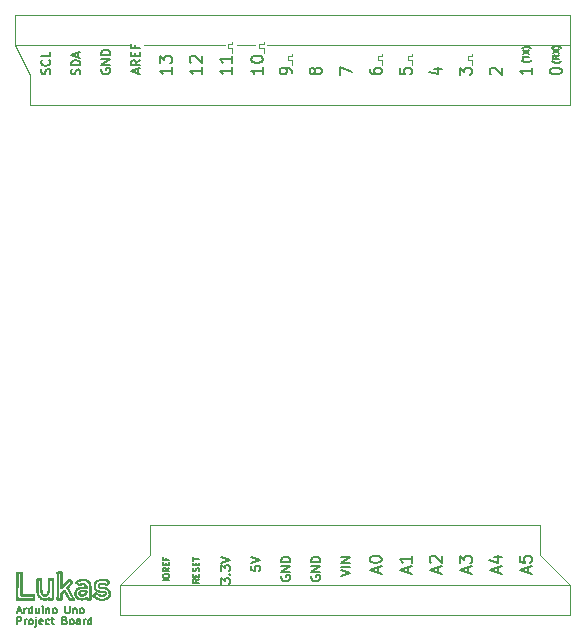
<source format=gbr>
%TF.GenerationSoftware,KiCad,Pcbnew,(5.1.9-0-10_14)*%
%TF.CreationDate,2021-02-06T00:27:30+01:00*%
%TF.ProjectId,Arduino Uno Proto Shield,41726475-696e-46f2-9055-6e6f2050726f,rev?*%
%TF.SameCoordinates,Original*%
%TF.FileFunction,Legend,Top*%
%TF.FilePolarity,Positive*%
%FSLAX46Y46*%
G04 Gerber Fmt 4.6, Leading zero omitted, Abs format (unit mm)*
G04 Created by KiCad (PCBNEW (5.1.9-0-10_14)) date 2021-02-06 00:27:30*
%MOMM*%
%LPD*%
G01*
G04 APERTURE LIST*
%ADD10C,0.152400*%
%ADD11C,0.120000*%
%ADD12C,0.127000*%
%ADD13C,0.010000*%
G04 APERTURE END LIST*
D10*
X119588038Y-126474461D02*
X119588038Y-125839461D01*
X119829942Y-125839461D01*
X119890419Y-125869700D01*
X119920657Y-125899938D01*
X119950895Y-125960414D01*
X119950895Y-126051128D01*
X119920657Y-126111604D01*
X119890419Y-126141842D01*
X119829942Y-126172080D01*
X119588038Y-126172080D01*
X120223038Y-126474461D02*
X120223038Y-126051128D01*
X120223038Y-126172080D02*
X120253276Y-126111604D01*
X120283514Y-126081366D01*
X120343990Y-126051128D01*
X120404466Y-126051128D01*
X120706847Y-126474461D02*
X120646371Y-126444223D01*
X120616133Y-126413985D01*
X120585895Y-126353509D01*
X120585895Y-126172080D01*
X120616133Y-126111604D01*
X120646371Y-126081366D01*
X120706847Y-126051128D01*
X120797561Y-126051128D01*
X120858038Y-126081366D01*
X120888276Y-126111604D01*
X120918514Y-126172080D01*
X120918514Y-126353509D01*
X120888276Y-126413985D01*
X120858038Y-126444223D01*
X120797561Y-126474461D01*
X120706847Y-126474461D01*
X121190657Y-126051128D02*
X121190657Y-126595414D01*
X121160419Y-126655890D01*
X121099942Y-126686128D01*
X121069704Y-126686128D01*
X121190657Y-125839461D02*
X121160419Y-125869700D01*
X121190657Y-125899938D01*
X121220895Y-125869700D01*
X121190657Y-125839461D01*
X121190657Y-125899938D01*
X121734942Y-126444223D02*
X121674466Y-126474461D01*
X121553514Y-126474461D01*
X121493038Y-126444223D01*
X121462800Y-126383747D01*
X121462800Y-126141842D01*
X121493038Y-126081366D01*
X121553514Y-126051128D01*
X121674466Y-126051128D01*
X121734942Y-126081366D01*
X121765180Y-126141842D01*
X121765180Y-126202319D01*
X121462800Y-126262795D01*
X122309466Y-126444223D02*
X122248990Y-126474461D01*
X122128038Y-126474461D01*
X122067561Y-126444223D01*
X122037323Y-126413985D01*
X122007085Y-126353509D01*
X122007085Y-126172080D01*
X122037323Y-126111604D01*
X122067561Y-126081366D01*
X122128038Y-126051128D01*
X122248990Y-126051128D01*
X122309466Y-126081366D01*
X122490895Y-126051128D02*
X122732800Y-126051128D01*
X122581609Y-125839461D02*
X122581609Y-126383747D01*
X122611847Y-126444223D01*
X122672323Y-126474461D01*
X122732800Y-126474461D01*
X123639942Y-126141842D02*
X123730657Y-126172080D01*
X123760895Y-126202319D01*
X123791133Y-126262795D01*
X123791133Y-126353509D01*
X123760895Y-126413985D01*
X123730657Y-126444223D01*
X123670180Y-126474461D01*
X123428276Y-126474461D01*
X123428276Y-125839461D01*
X123639942Y-125839461D01*
X123700419Y-125869700D01*
X123730657Y-125899938D01*
X123760895Y-125960414D01*
X123760895Y-126020890D01*
X123730657Y-126081366D01*
X123700419Y-126111604D01*
X123639942Y-126141842D01*
X123428276Y-126141842D01*
X124153990Y-126474461D02*
X124093514Y-126444223D01*
X124063276Y-126413985D01*
X124033038Y-126353509D01*
X124033038Y-126172080D01*
X124063276Y-126111604D01*
X124093514Y-126081366D01*
X124153990Y-126051128D01*
X124244704Y-126051128D01*
X124305180Y-126081366D01*
X124335419Y-126111604D01*
X124365657Y-126172080D01*
X124365657Y-126353509D01*
X124335419Y-126413985D01*
X124305180Y-126444223D01*
X124244704Y-126474461D01*
X124153990Y-126474461D01*
X124909942Y-126474461D02*
X124909942Y-126141842D01*
X124879704Y-126081366D01*
X124819228Y-126051128D01*
X124698276Y-126051128D01*
X124637799Y-126081366D01*
X124909942Y-126444223D02*
X124849466Y-126474461D01*
X124698276Y-126474461D01*
X124637799Y-126444223D01*
X124607561Y-126383747D01*
X124607561Y-126323271D01*
X124637799Y-126262795D01*
X124698276Y-126232557D01*
X124849466Y-126232557D01*
X124909942Y-126202319D01*
X125212323Y-126474461D02*
X125212323Y-126051128D01*
X125212323Y-126172080D02*
X125242561Y-126111604D01*
X125272800Y-126081366D01*
X125333276Y-126051128D01*
X125393752Y-126051128D01*
X125877561Y-126474461D02*
X125877561Y-125839461D01*
X125877561Y-126444223D02*
X125817085Y-126474461D01*
X125696133Y-126474461D01*
X125635657Y-126444223D01*
X125605419Y-126413985D01*
X125575180Y-126353509D01*
X125575180Y-126172080D01*
X125605419Y-126111604D01*
X125635657Y-126081366D01*
X125696133Y-126051128D01*
X125817085Y-126051128D01*
X125877561Y-126081366D01*
X119630976Y-125378633D02*
X119933357Y-125378633D01*
X119570500Y-125560061D02*
X119782166Y-124925061D01*
X119993833Y-125560061D01*
X120205500Y-125560061D02*
X120205500Y-125136728D01*
X120205500Y-125257680D02*
X120235738Y-125197204D01*
X120265976Y-125166966D01*
X120326452Y-125136728D01*
X120386928Y-125136728D01*
X120870738Y-125560061D02*
X120870738Y-124925061D01*
X120870738Y-125529823D02*
X120810261Y-125560061D01*
X120689309Y-125560061D01*
X120628833Y-125529823D01*
X120598595Y-125499585D01*
X120568357Y-125439109D01*
X120568357Y-125257680D01*
X120598595Y-125197204D01*
X120628833Y-125166966D01*
X120689309Y-125136728D01*
X120810261Y-125136728D01*
X120870738Y-125166966D01*
X121445261Y-125136728D02*
X121445261Y-125560061D01*
X121173119Y-125136728D02*
X121173119Y-125469347D01*
X121203357Y-125529823D01*
X121263833Y-125560061D01*
X121354547Y-125560061D01*
X121415023Y-125529823D01*
X121445261Y-125499585D01*
X121747642Y-125560061D02*
X121747642Y-125136728D01*
X121747642Y-124925061D02*
X121717404Y-124955300D01*
X121747642Y-124985538D01*
X121777880Y-124955300D01*
X121747642Y-124925061D01*
X121747642Y-124985538D01*
X122050023Y-125136728D02*
X122050023Y-125560061D01*
X122050023Y-125197204D02*
X122080261Y-125166966D01*
X122140738Y-125136728D01*
X122231452Y-125136728D01*
X122291928Y-125166966D01*
X122322166Y-125227442D01*
X122322166Y-125560061D01*
X122715261Y-125560061D02*
X122654785Y-125529823D01*
X122624547Y-125499585D01*
X122594309Y-125439109D01*
X122594309Y-125257680D01*
X122624547Y-125197204D01*
X122654785Y-125166966D01*
X122715261Y-125136728D01*
X122805976Y-125136728D01*
X122866452Y-125166966D01*
X122896690Y-125197204D01*
X122926928Y-125257680D01*
X122926928Y-125439109D01*
X122896690Y-125499585D01*
X122866452Y-125529823D01*
X122805976Y-125560061D01*
X122715261Y-125560061D01*
X123682880Y-124925061D02*
X123682880Y-125439109D01*
X123713119Y-125499585D01*
X123743357Y-125529823D01*
X123803833Y-125560061D01*
X123924785Y-125560061D01*
X123985261Y-125529823D01*
X124015500Y-125499585D01*
X124045738Y-125439109D01*
X124045738Y-124925061D01*
X124348119Y-125136728D02*
X124348119Y-125560061D01*
X124348119Y-125197204D02*
X124378357Y-125166966D01*
X124438833Y-125136728D01*
X124529547Y-125136728D01*
X124590023Y-125166966D01*
X124620261Y-125227442D01*
X124620261Y-125560061D01*
X125013357Y-125560061D02*
X124952880Y-125529823D01*
X124922642Y-125499585D01*
X124892404Y-125439109D01*
X124892404Y-125257680D01*
X124922642Y-125197204D01*
X124952880Y-125166966D01*
X125013357Y-125136728D01*
X125104071Y-125136728D01*
X125164547Y-125166966D01*
X125194785Y-125197204D01*
X125225023Y-125257680D01*
X125225023Y-125439109D01*
X125194785Y-125499585D01*
X125164547Y-125529823D01*
X125104071Y-125560061D01*
X125013357Y-125560061D01*
D11*
X140716000Y-77470000D02*
X166370000Y-77470000D01*
X138176000Y-77470000D02*
X139700000Y-77470000D01*
X130302000Y-77470000D02*
X137160000Y-77470000D01*
X119380000Y-77470000D02*
X129032000Y-77470000D01*
X130810000Y-118110000D02*
X148590000Y-118110000D01*
X128270000Y-123190000D02*
X128270000Y-125730000D01*
X128270000Y-123190000D02*
X166370000Y-123190000D01*
X130810000Y-120650000D02*
X128270000Y-123190000D01*
X130810000Y-118110000D02*
X130810000Y-120650000D01*
D12*
X132436809Y-122760619D02*
X131928809Y-122760619D01*
X131928809Y-122421952D02*
X131928809Y-122325190D01*
X131953000Y-122276809D01*
X132001380Y-122228428D01*
X132098142Y-122204238D01*
X132267476Y-122204238D01*
X132364238Y-122228428D01*
X132412619Y-122276809D01*
X132436809Y-122325190D01*
X132436809Y-122421952D01*
X132412619Y-122470333D01*
X132364238Y-122518714D01*
X132267476Y-122542904D01*
X132098142Y-122542904D01*
X132001380Y-122518714D01*
X131953000Y-122470333D01*
X131928809Y-122421952D01*
X132436809Y-121696238D02*
X132194904Y-121865571D01*
X132436809Y-121986523D02*
X131928809Y-121986523D01*
X131928809Y-121793000D01*
X131953000Y-121744619D01*
X131977190Y-121720428D01*
X132025571Y-121696238D01*
X132098142Y-121696238D01*
X132146523Y-121720428D01*
X132170714Y-121744619D01*
X132194904Y-121793000D01*
X132194904Y-121986523D01*
X132170714Y-121478523D02*
X132170714Y-121309190D01*
X132436809Y-121236619D02*
X132436809Y-121478523D01*
X131928809Y-121478523D01*
X131928809Y-121236619D01*
X132170714Y-120849571D02*
X132170714Y-121018904D01*
X132436809Y-121018904D02*
X131928809Y-121018904D01*
X131928809Y-120777000D01*
X134976809Y-122657809D02*
X134734904Y-122827142D01*
X134976809Y-122948095D02*
X134468809Y-122948095D01*
X134468809Y-122754571D01*
X134493000Y-122706190D01*
X134517190Y-122682000D01*
X134565571Y-122657809D01*
X134638142Y-122657809D01*
X134686523Y-122682000D01*
X134710714Y-122706190D01*
X134734904Y-122754571D01*
X134734904Y-122948095D01*
X134710714Y-122440095D02*
X134710714Y-122270761D01*
X134976809Y-122198190D02*
X134976809Y-122440095D01*
X134468809Y-122440095D01*
X134468809Y-122198190D01*
X134952619Y-122004666D02*
X134976809Y-121932095D01*
X134976809Y-121811142D01*
X134952619Y-121762761D01*
X134928428Y-121738571D01*
X134880047Y-121714380D01*
X134831666Y-121714380D01*
X134783285Y-121738571D01*
X134759095Y-121762761D01*
X134734904Y-121811142D01*
X134710714Y-121907904D01*
X134686523Y-121956285D01*
X134662333Y-121980476D01*
X134613952Y-122004666D01*
X134565571Y-122004666D01*
X134517190Y-121980476D01*
X134493000Y-121956285D01*
X134468809Y-121907904D01*
X134468809Y-121786952D01*
X134493000Y-121714380D01*
X134710714Y-121496666D02*
X134710714Y-121327333D01*
X134976809Y-121254761D02*
X134976809Y-121496666D01*
X134468809Y-121496666D01*
X134468809Y-121254761D01*
X134468809Y-121109619D02*
X134468809Y-120819333D01*
X134976809Y-120964476D02*
X134468809Y-120964476D01*
X136869714Y-123044857D02*
X136869714Y-122573142D01*
X137160000Y-122827142D01*
X137160000Y-122718285D01*
X137196285Y-122645714D01*
X137232571Y-122609428D01*
X137305142Y-122573142D01*
X137486571Y-122573142D01*
X137559142Y-122609428D01*
X137595428Y-122645714D01*
X137631714Y-122718285D01*
X137631714Y-122936000D01*
X137595428Y-123008571D01*
X137559142Y-123044857D01*
X137559142Y-122246571D02*
X137595428Y-122210285D01*
X137631714Y-122246571D01*
X137595428Y-122282857D01*
X137559142Y-122246571D01*
X137631714Y-122246571D01*
X136869714Y-121956285D02*
X136869714Y-121484571D01*
X137160000Y-121738571D01*
X137160000Y-121629714D01*
X137196285Y-121557142D01*
X137232571Y-121520857D01*
X137305142Y-121484571D01*
X137486571Y-121484571D01*
X137559142Y-121520857D01*
X137595428Y-121557142D01*
X137631714Y-121629714D01*
X137631714Y-121847428D01*
X137595428Y-121920000D01*
X137559142Y-121956285D01*
X136869714Y-121266857D02*
X137631714Y-121012857D01*
X136869714Y-120758857D01*
X139409714Y-121557142D02*
X139409714Y-121920000D01*
X139772571Y-121956285D01*
X139736285Y-121920000D01*
X139700000Y-121847428D01*
X139700000Y-121666000D01*
X139736285Y-121593428D01*
X139772571Y-121557142D01*
X139845142Y-121520857D01*
X140026571Y-121520857D01*
X140099142Y-121557142D01*
X140135428Y-121593428D01*
X140171714Y-121666000D01*
X140171714Y-121847428D01*
X140135428Y-121920000D01*
X140099142Y-121956285D01*
X139409714Y-121303142D02*
X140171714Y-121049142D01*
X139409714Y-120795142D01*
X141986000Y-122373571D02*
X141949714Y-122446142D01*
X141949714Y-122555000D01*
X141986000Y-122663857D01*
X142058571Y-122736428D01*
X142131142Y-122772714D01*
X142276285Y-122809000D01*
X142385142Y-122809000D01*
X142530285Y-122772714D01*
X142602857Y-122736428D01*
X142675428Y-122663857D01*
X142711714Y-122555000D01*
X142711714Y-122482428D01*
X142675428Y-122373571D01*
X142639142Y-122337285D01*
X142385142Y-122337285D01*
X142385142Y-122482428D01*
X142711714Y-122010714D02*
X141949714Y-122010714D01*
X142711714Y-121575285D01*
X141949714Y-121575285D01*
X142711714Y-121212428D02*
X141949714Y-121212428D01*
X141949714Y-121031000D01*
X141986000Y-120922142D01*
X142058571Y-120849571D01*
X142131142Y-120813285D01*
X142276285Y-120777000D01*
X142385142Y-120777000D01*
X142530285Y-120813285D01*
X142602857Y-120849571D01*
X142675428Y-120922142D01*
X142711714Y-121031000D01*
X142711714Y-121212428D01*
X144526000Y-122373571D02*
X144489714Y-122446142D01*
X144489714Y-122555000D01*
X144526000Y-122663857D01*
X144598571Y-122736428D01*
X144671142Y-122772714D01*
X144816285Y-122809000D01*
X144925142Y-122809000D01*
X145070285Y-122772714D01*
X145142857Y-122736428D01*
X145215428Y-122663857D01*
X145251714Y-122555000D01*
X145251714Y-122482428D01*
X145215428Y-122373571D01*
X145179142Y-122337285D01*
X144925142Y-122337285D01*
X144925142Y-122482428D01*
X145251714Y-122010714D02*
X144489714Y-122010714D01*
X145251714Y-121575285D01*
X144489714Y-121575285D01*
X145251714Y-121212428D02*
X144489714Y-121212428D01*
X144489714Y-121031000D01*
X144526000Y-120922142D01*
X144598571Y-120849571D01*
X144671142Y-120813285D01*
X144816285Y-120777000D01*
X144925142Y-120777000D01*
X145070285Y-120813285D01*
X145142857Y-120849571D01*
X145215428Y-120922142D01*
X145251714Y-121031000D01*
X145251714Y-121212428D01*
X147029714Y-122373571D02*
X147791714Y-122119571D01*
X147029714Y-121865571D01*
X147791714Y-121611571D02*
X147029714Y-121611571D01*
X147791714Y-121248714D02*
X147029714Y-121248714D01*
X147791714Y-120813285D01*
X147029714Y-120813285D01*
X150156333Y-122137714D02*
X150156333Y-121653904D01*
X150446619Y-122234476D02*
X149430619Y-121895809D01*
X150446619Y-121557142D01*
X149430619Y-121024952D02*
X149430619Y-120928190D01*
X149479000Y-120831428D01*
X149527380Y-120783047D01*
X149624142Y-120734666D01*
X149817666Y-120686285D01*
X150059571Y-120686285D01*
X150253095Y-120734666D01*
X150349857Y-120783047D01*
X150398238Y-120831428D01*
X150446619Y-120928190D01*
X150446619Y-121024952D01*
X150398238Y-121121714D01*
X150349857Y-121170095D01*
X150253095Y-121218476D01*
X150059571Y-121266857D01*
X149817666Y-121266857D01*
X149624142Y-121218476D01*
X149527380Y-121170095D01*
X149479000Y-121121714D01*
X149430619Y-121024952D01*
X152696333Y-122137714D02*
X152696333Y-121653904D01*
X152986619Y-122234476D02*
X151970619Y-121895809D01*
X152986619Y-121557142D01*
X152986619Y-120686285D02*
X152986619Y-121266857D01*
X152986619Y-120976571D02*
X151970619Y-120976571D01*
X152115761Y-121073333D01*
X152212523Y-121170095D01*
X152260904Y-121266857D01*
X155236333Y-122137714D02*
X155236333Y-121653904D01*
X155526619Y-122234476D02*
X154510619Y-121895809D01*
X155526619Y-121557142D01*
X154607380Y-121266857D02*
X154559000Y-121218476D01*
X154510619Y-121121714D01*
X154510619Y-120879809D01*
X154559000Y-120783047D01*
X154607380Y-120734666D01*
X154704142Y-120686285D01*
X154800904Y-120686285D01*
X154946047Y-120734666D01*
X155526619Y-121315238D01*
X155526619Y-120686285D01*
X157776333Y-122137714D02*
X157776333Y-121653904D01*
X158066619Y-122234476D02*
X157050619Y-121895809D01*
X158066619Y-121557142D01*
X157050619Y-121315238D02*
X157050619Y-120686285D01*
X157437666Y-121024952D01*
X157437666Y-120879809D01*
X157486047Y-120783047D01*
X157534428Y-120734666D01*
X157631190Y-120686285D01*
X157873095Y-120686285D01*
X157969857Y-120734666D01*
X158018238Y-120783047D01*
X158066619Y-120879809D01*
X158066619Y-121170095D01*
X158018238Y-121266857D01*
X157969857Y-121315238D01*
X160316333Y-122137714D02*
X160316333Y-121653904D01*
X160606619Y-122234476D02*
X159590619Y-121895809D01*
X160606619Y-121557142D01*
X159929285Y-120783047D02*
X160606619Y-120783047D01*
X159542238Y-121024952D02*
X160267952Y-121266857D01*
X160267952Y-120637904D01*
X162856333Y-122137714D02*
X162856333Y-121653904D01*
X163146619Y-122234476D02*
X162130619Y-121895809D01*
X163146619Y-121557142D01*
X162130619Y-120734666D02*
X162130619Y-121218476D01*
X162614428Y-121266857D01*
X162566047Y-121218476D01*
X162517666Y-121121714D01*
X162517666Y-120879809D01*
X162566047Y-120783047D01*
X162614428Y-120734666D01*
X162711190Y-120686285D01*
X162953095Y-120686285D01*
X163049857Y-120734666D01*
X163098238Y-120783047D01*
X163146619Y-120879809D01*
X163146619Y-121121714D01*
X163098238Y-121218476D01*
X163049857Y-121266857D01*
D11*
X137795000Y-77343000D02*
X137795000Y-77216000D01*
X142875000Y-78359000D02*
X142875000Y-78232000D01*
X150495000Y-78359000D02*
X150495000Y-78232000D01*
X153035000Y-78359000D02*
X153035000Y-78232000D01*
X158115000Y-78359000D02*
X158115000Y-78232000D01*
X140462000Y-77343000D02*
X140462000Y-77216000D01*
X137414000Y-77343000D02*
X137414000Y-77724000D01*
X137795000Y-77724000D02*
X137414000Y-77724000D01*
X137414000Y-77343000D02*
X137795000Y-77343000D01*
X137795000Y-78105000D02*
X137795000Y-77724000D01*
X140081000Y-77343000D02*
X140081000Y-77724000D01*
X140462000Y-77724000D02*
X140081000Y-77724000D01*
X140081000Y-77343000D02*
X140462000Y-77343000D01*
X140462000Y-78105000D02*
X140462000Y-77724000D01*
X142494000Y-78359000D02*
X142494000Y-78740000D01*
X142875000Y-78740000D02*
X142494000Y-78740000D01*
X142494000Y-78359000D02*
X142875000Y-78359000D01*
X142875000Y-79121000D02*
X142875000Y-78740000D01*
X150114000Y-78359000D02*
X150114000Y-78740000D01*
X150495000Y-78740000D02*
X150114000Y-78740000D01*
X150114000Y-78359000D02*
X150495000Y-78359000D01*
X150495000Y-79121000D02*
X150495000Y-78740000D01*
X157734000Y-78359000D02*
X157734000Y-78740000D01*
X158115000Y-78740000D02*
X157734000Y-78740000D01*
X157734000Y-78359000D02*
X158115000Y-78359000D01*
X158115000Y-79121000D02*
X158115000Y-78740000D01*
X152654000Y-78359000D02*
X152654000Y-78740000D01*
X152654000Y-78359000D02*
X153035000Y-78359000D01*
X153035000Y-78740000D02*
X152654000Y-78740000D01*
X153035000Y-79121000D02*
X153035000Y-78740000D01*
D12*
X163110333Y-78740000D02*
X163086142Y-78764190D01*
X163013571Y-78812571D01*
X162965190Y-78836761D01*
X162892619Y-78860952D01*
X162771666Y-78885142D01*
X162674904Y-78885142D01*
X162553952Y-78860952D01*
X162481380Y-78836761D01*
X162433000Y-78812571D01*
X162360428Y-78764190D01*
X162336238Y-78740000D01*
X162408809Y-78619047D02*
X162408809Y-78328761D01*
X162916809Y-78473904D02*
X162408809Y-78473904D01*
X162408809Y-78207809D02*
X162916809Y-77869142D01*
X162408809Y-77869142D02*
X162916809Y-78207809D01*
X163110333Y-77724000D02*
X163086142Y-77699809D01*
X163013571Y-77651428D01*
X162965190Y-77627238D01*
X162892619Y-77603047D01*
X162771666Y-77578857D01*
X162674904Y-77578857D01*
X162553952Y-77603047D01*
X162481380Y-77627238D01*
X162433000Y-77651428D01*
X162360428Y-77699809D01*
X162336238Y-77724000D01*
X122355428Y-79901142D02*
X122391714Y-79792285D01*
X122391714Y-79610857D01*
X122355428Y-79538285D01*
X122319142Y-79502000D01*
X122246571Y-79465714D01*
X122174000Y-79465714D01*
X122101428Y-79502000D01*
X122065142Y-79538285D01*
X122028857Y-79610857D01*
X121992571Y-79756000D01*
X121956285Y-79828571D01*
X121920000Y-79864857D01*
X121847428Y-79901142D01*
X121774857Y-79901142D01*
X121702285Y-79864857D01*
X121666000Y-79828571D01*
X121629714Y-79756000D01*
X121629714Y-79574571D01*
X121666000Y-79465714D01*
X122319142Y-78703714D02*
X122355428Y-78740000D01*
X122391714Y-78848857D01*
X122391714Y-78921428D01*
X122355428Y-79030285D01*
X122282857Y-79102857D01*
X122210285Y-79139142D01*
X122065142Y-79175428D01*
X121956285Y-79175428D01*
X121811142Y-79139142D01*
X121738571Y-79102857D01*
X121666000Y-79030285D01*
X121629714Y-78921428D01*
X121629714Y-78848857D01*
X121666000Y-78740000D01*
X121702285Y-78703714D01*
X122391714Y-78014285D02*
X122391714Y-78377142D01*
X121629714Y-78377142D01*
X124895428Y-79919285D02*
X124931714Y-79810428D01*
X124931714Y-79629000D01*
X124895428Y-79556428D01*
X124859142Y-79520142D01*
X124786571Y-79483857D01*
X124714000Y-79483857D01*
X124641428Y-79520142D01*
X124605142Y-79556428D01*
X124568857Y-79629000D01*
X124532571Y-79774142D01*
X124496285Y-79846714D01*
X124460000Y-79883000D01*
X124387428Y-79919285D01*
X124314857Y-79919285D01*
X124242285Y-79883000D01*
X124206000Y-79846714D01*
X124169714Y-79774142D01*
X124169714Y-79592714D01*
X124206000Y-79483857D01*
X124931714Y-79157285D02*
X124169714Y-79157285D01*
X124169714Y-78975857D01*
X124206000Y-78867000D01*
X124278571Y-78794428D01*
X124351142Y-78758142D01*
X124496285Y-78721857D01*
X124605142Y-78721857D01*
X124750285Y-78758142D01*
X124822857Y-78794428D01*
X124895428Y-78867000D01*
X124931714Y-78975857D01*
X124931714Y-79157285D01*
X124714000Y-78431571D02*
X124714000Y-78068714D01*
X124931714Y-78504142D02*
X124169714Y-78250142D01*
X124931714Y-77996142D01*
X126746000Y-79447571D02*
X126709714Y-79520142D01*
X126709714Y-79629000D01*
X126746000Y-79737857D01*
X126818571Y-79810428D01*
X126891142Y-79846714D01*
X127036285Y-79883000D01*
X127145142Y-79883000D01*
X127290285Y-79846714D01*
X127362857Y-79810428D01*
X127435428Y-79737857D01*
X127471714Y-79629000D01*
X127471714Y-79556428D01*
X127435428Y-79447571D01*
X127399142Y-79411285D01*
X127145142Y-79411285D01*
X127145142Y-79556428D01*
X127471714Y-79084714D02*
X126709714Y-79084714D01*
X127471714Y-78649285D01*
X126709714Y-78649285D01*
X127471714Y-78286428D02*
X126709714Y-78286428D01*
X126709714Y-78105000D01*
X126746000Y-77996142D01*
X126818571Y-77923571D01*
X126891142Y-77887285D01*
X127036285Y-77851000D01*
X127145142Y-77851000D01*
X127290285Y-77887285D01*
X127362857Y-77923571D01*
X127435428Y-77996142D01*
X127471714Y-78105000D01*
X127471714Y-78286428D01*
X129794000Y-79846714D02*
X129794000Y-79483857D01*
X130011714Y-79919285D02*
X129249714Y-79665285D01*
X130011714Y-79411285D01*
X130011714Y-78721857D02*
X129648857Y-78975857D01*
X130011714Y-79157285D02*
X129249714Y-79157285D01*
X129249714Y-78867000D01*
X129286000Y-78794428D01*
X129322285Y-78758142D01*
X129394857Y-78721857D01*
X129503714Y-78721857D01*
X129576285Y-78758142D01*
X129612571Y-78794428D01*
X129648857Y-78867000D01*
X129648857Y-79157285D01*
X129612571Y-78395285D02*
X129612571Y-78141285D01*
X130011714Y-78032428D02*
X130011714Y-78395285D01*
X129249714Y-78395285D01*
X129249714Y-78032428D01*
X129612571Y-77451857D02*
X129612571Y-77705857D01*
X130011714Y-77705857D02*
X129249714Y-77705857D01*
X129249714Y-77343000D01*
X132666619Y-79314523D02*
X132666619Y-79895095D01*
X132666619Y-79604809D02*
X131650619Y-79604809D01*
X131795761Y-79701571D01*
X131892523Y-79798333D01*
X131940904Y-79895095D01*
X131650619Y-78975857D02*
X131650619Y-78346904D01*
X132037666Y-78685571D01*
X132037666Y-78540428D01*
X132086047Y-78443666D01*
X132134428Y-78395285D01*
X132231190Y-78346904D01*
X132473095Y-78346904D01*
X132569857Y-78395285D01*
X132618238Y-78443666D01*
X132666619Y-78540428D01*
X132666619Y-78830714D01*
X132618238Y-78927476D01*
X132569857Y-78975857D01*
X135206619Y-79314523D02*
X135206619Y-79895095D01*
X135206619Y-79604809D02*
X134190619Y-79604809D01*
X134335761Y-79701571D01*
X134432523Y-79798333D01*
X134480904Y-79895095D01*
X134287380Y-78927476D02*
X134239000Y-78879095D01*
X134190619Y-78782333D01*
X134190619Y-78540428D01*
X134239000Y-78443666D01*
X134287380Y-78395285D01*
X134384142Y-78346904D01*
X134480904Y-78346904D01*
X134626047Y-78395285D01*
X135206619Y-78975857D01*
X135206619Y-78346904D01*
X137746619Y-79314523D02*
X137746619Y-79895095D01*
X137746619Y-79604809D02*
X136730619Y-79604809D01*
X136875761Y-79701571D01*
X136972523Y-79798333D01*
X137020904Y-79895095D01*
X137746619Y-78346904D02*
X137746619Y-78927476D01*
X137746619Y-78637190D02*
X136730619Y-78637190D01*
X136875761Y-78733952D01*
X136972523Y-78830714D01*
X137020904Y-78927476D01*
X140413619Y-79314523D02*
X140413619Y-79895095D01*
X140413619Y-79604809D02*
X139397619Y-79604809D01*
X139542761Y-79701571D01*
X139639523Y-79798333D01*
X139687904Y-79895095D01*
X139397619Y-78685571D02*
X139397619Y-78588809D01*
X139446000Y-78492047D01*
X139494380Y-78443666D01*
X139591142Y-78395285D01*
X139784666Y-78346904D01*
X140026571Y-78346904D01*
X140220095Y-78395285D01*
X140316857Y-78443666D01*
X140365238Y-78492047D01*
X140413619Y-78588809D01*
X140413619Y-78685571D01*
X140365238Y-78782333D01*
X140316857Y-78830714D01*
X140220095Y-78879095D01*
X140026571Y-78927476D01*
X139784666Y-78927476D01*
X139591142Y-78879095D01*
X139494380Y-78830714D01*
X139446000Y-78782333D01*
X139397619Y-78685571D01*
X142826619Y-79822523D02*
X142826619Y-79629000D01*
X142778238Y-79532238D01*
X142729857Y-79483857D01*
X142584714Y-79387095D01*
X142391190Y-79338714D01*
X142004142Y-79338714D01*
X141907380Y-79387095D01*
X141859000Y-79435476D01*
X141810619Y-79532238D01*
X141810619Y-79725761D01*
X141859000Y-79822523D01*
X141907380Y-79870904D01*
X142004142Y-79919285D01*
X142246047Y-79919285D01*
X142342809Y-79870904D01*
X142391190Y-79822523D01*
X142439571Y-79725761D01*
X142439571Y-79532238D01*
X142391190Y-79435476D01*
X142342809Y-79387095D01*
X142246047Y-79338714D01*
X144786047Y-79725761D02*
X144737666Y-79822523D01*
X144689285Y-79870904D01*
X144592523Y-79919285D01*
X144544142Y-79919285D01*
X144447380Y-79870904D01*
X144399000Y-79822523D01*
X144350619Y-79725761D01*
X144350619Y-79532238D01*
X144399000Y-79435476D01*
X144447380Y-79387095D01*
X144544142Y-79338714D01*
X144592523Y-79338714D01*
X144689285Y-79387095D01*
X144737666Y-79435476D01*
X144786047Y-79532238D01*
X144786047Y-79725761D01*
X144834428Y-79822523D01*
X144882809Y-79870904D01*
X144979571Y-79919285D01*
X145173095Y-79919285D01*
X145269857Y-79870904D01*
X145318238Y-79822523D01*
X145366619Y-79725761D01*
X145366619Y-79532238D01*
X145318238Y-79435476D01*
X145269857Y-79387095D01*
X145173095Y-79338714D01*
X144979571Y-79338714D01*
X144882809Y-79387095D01*
X144834428Y-79435476D01*
X144786047Y-79532238D01*
X146890619Y-79967666D02*
X146890619Y-79290333D01*
X147906619Y-79725761D01*
X149430619Y-79435476D02*
X149430619Y-79629000D01*
X149479000Y-79725761D01*
X149527380Y-79774142D01*
X149672523Y-79870904D01*
X149866047Y-79919285D01*
X150253095Y-79919285D01*
X150349857Y-79870904D01*
X150398238Y-79822523D01*
X150446619Y-79725761D01*
X150446619Y-79532238D01*
X150398238Y-79435476D01*
X150349857Y-79387095D01*
X150253095Y-79338714D01*
X150011190Y-79338714D01*
X149914428Y-79387095D01*
X149866047Y-79435476D01*
X149817666Y-79532238D01*
X149817666Y-79725761D01*
X149866047Y-79822523D01*
X149914428Y-79870904D01*
X150011190Y-79919285D01*
X151970619Y-79387095D02*
X151970619Y-79870904D01*
X152454428Y-79919285D01*
X152406047Y-79870904D01*
X152357666Y-79774142D01*
X152357666Y-79532238D01*
X152406047Y-79435476D01*
X152454428Y-79387095D01*
X152551190Y-79338714D01*
X152793095Y-79338714D01*
X152889857Y-79387095D01*
X152938238Y-79435476D01*
X152986619Y-79532238D01*
X152986619Y-79774142D01*
X152938238Y-79870904D01*
X152889857Y-79919285D01*
X154849285Y-79435476D02*
X155526619Y-79435476D01*
X154462238Y-79677380D02*
X155187952Y-79919285D01*
X155187952Y-79290333D01*
X157050619Y-79967666D02*
X157050619Y-79338714D01*
X157437666Y-79677380D01*
X157437666Y-79532238D01*
X157486047Y-79435476D01*
X157534428Y-79387095D01*
X157631190Y-79338714D01*
X157873095Y-79338714D01*
X157969857Y-79387095D01*
X158018238Y-79435476D01*
X158066619Y-79532238D01*
X158066619Y-79822523D01*
X158018238Y-79919285D01*
X157969857Y-79967666D01*
X159687380Y-79919285D02*
X159639000Y-79870904D01*
X159590619Y-79774142D01*
X159590619Y-79532238D01*
X159639000Y-79435476D01*
X159687380Y-79387095D01*
X159784142Y-79338714D01*
X159880904Y-79338714D01*
X160026047Y-79387095D01*
X160606619Y-79967666D01*
X160606619Y-79338714D01*
X163146619Y-79338714D02*
X163146619Y-79919285D01*
X163146619Y-79629000D02*
X162130619Y-79629000D01*
X162275761Y-79725761D01*
X162372523Y-79822523D01*
X162420904Y-79919285D01*
D11*
X144780000Y-74930000D02*
X146050000Y-74930000D01*
X148590000Y-125730000D02*
X151130000Y-125730000D01*
X148590000Y-125730000D02*
X128270000Y-125730000D01*
X163830000Y-118110000D02*
X148590000Y-118110000D01*
X163830000Y-120650000D02*
X163830000Y-118110000D01*
X166370000Y-123190000D02*
X163830000Y-120650000D01*
X166370000Y-125730000D02*
X166370000Y-123190000D01*
X151130000Y-125730000D02*
X166370000Y-125730000D01*
X143510000Y-82550000D02*
X146050000Y-82550000D01*
X120650000Y-82550000D02*
X143510000Y-82550000D01*
X120650000Y-80010000D02*
X120650000Y-82550000D01*
X119380000Y-77470000D02*
X120650000Y-80010000D01*
X119380000Y-74930000D02*
X119380000Y-77470000D01*
X144780000Y-74930000D02*
X119380000Y-74930000D01*
X166370000Y-74930000D02*
X146050000Y-74930000D01*
X166370000Y-82550000D02*
X166370000Y-74930000D01*
X146050000Y-82550000D02*
X166370000Y-82550000D01*
D12*
X165650333Y-78800476D02*
X165626142Y-78824666D01*
X165553571Y-78873047D01*
X165505190Y-78897238D01*
X165432619Y-78921428D01*
X165311666Y-78945619D01*
X165214904Y-78945619D01*
X165093952Y-78921428D01*
X165021380Y-78897238D01*
X164973000Y-78873047D01*
X164900428Y-78824666D01*
X164876238Y-78800476D01*
X165456809Y-78316666D02*
X165214904Y-78486000D01*
X165456809Y-78606952D02*
X164948809Y-78606952D01*
X164948809Y-78413428D01*
X164973000Y-78365047D01*
X164997190Y-78340857D01*
X165045571Y-78316666D01*
X165118142Y-78316666D01*
X165166523Y-78340857D01*
X165190714Y-78365047D01*
X165214904Y-78413428D01*
X165214904Y-78606952D01*
X164948809Y-78147333D02*
X165456809Y-77808666D01*
X164948809Y-77808666D02*
X165456809Y-78147333D01*
X165650333Y-77663523D02*
X165626142Y-77639333D01*
X165553571Y-77590952D01*
X165505190Y-77566761D01*
X165432619Y-77542571D01*
X165311666Y-77518380D01*
X165214904Y-77518380D01*
X165093952Y-77542571D01*
X165021380Y-77566761D01*
X164973000Y-77590952D01*
X164900428Y-77639333D01*
X164876238Y-77663523D01*
X164670619Y-79677380D02*
X164670619Y-79580619D01*
X164719000Y-79483857D01*
X164767380Y-79435476D01*
X164864142Y-79387095D01*
X165057666Y-79338714D01*
X165299571Y-79338714D01*
X165493095Y-79387095D01*
X165589857Y-79435476D01*
X165638238Y-79483857D01*
X165686619Y-79580619D01*
X165686619Y-79677380D01*
X165638238Y-79774142D01*
X165589857Y-79822523D01*
X165493095Y-79870904D01*
X165299571Y-79919285D01*
X165057666Y-79919285D01*
X164864142Y-79870904D01*
X164767380Y-79822523D01*
X164719000Y-79774142D01*
X164670619Y-79677380D01*
D13*
%TO.C,G\u002A\u002A\u002A*%
G36*
X125164256Y-123575902D02*
G01*
X125229752Y-123581494D01*
X125304043Y-123590405D01*
X125378300Y-123601087D01*
X125414894Y-123607406D01*
X125441708Y-123613974D01*
X125460245Y-123621447D01*
X125472008Y-123630483D01*
X125478499Y-123641737D01*
X125479571Y-123645352D01*
X125481206Y-123665689D01*
X125478698Y-123693827D01*
X125472692Y-123727343D01*
X125463835Y-123763816D01*
X125452771Y-123800824D01*
X125440147Y-123835944D01*
X125426609Y-123866756D01*
X125414962Y-123887600D01*
X125381877Y-123929910D01*
X125340523Y-123968719D01*
X125293438Y-124002293D01*
X125243160Y-124028897D01*
X125192227Y-124046797D01*
X125176844Y-124050280D01*
X125150758Y-124054338D01*
X125118722Y-124057804D01*
X125084085Y-124060472D01*
X125050198Y-124062136D01*
X125020412Y-124062589D01*
X124998076Y-124061624D01*
X124996222Y-124061423D01*
X124941284Y-124049610D01*
X124891742Y-124027994D01*
X124848159Y-123996972D01*
X124811096Y-123956945D01*
X124781638Y-123909356D01*
X124772284Y-123889851D01*
X124766481Y-123874192D01*
X124763389Y-123858415D01*
X124762170Y-123838558D01*
X124761978Y-123816533D01*
X124762123Y-123806314D01*
X124870506Y-123806314D01*
X124872617Y-123837988D01*
X124884589Y-123867807D01*
X124906947Y-123898893D01*
X124933480Y-123922545D01*
X124965212Y-123939089D01*
X125003168Y-123948851D01*
X125048371Y-123952160D01*
X125101847Y-123949340D01*
X125129869Y-123946026D01*
X125159211Y-123940346D01*
X125188852Y-123931821D01*
X125208001Y-123924353D01*
X125234288Y-123909229D01*
X125262605Y-123888105D01*
X125289770Y-123863791D01*
X125312605Y-123839095D01*
X125326224Y-123819919D01*
X125333172Y-123805748D01*
X125340978Y-123786546D01*
X125348725Y-123765082D01*
X125355496Y-123744127D01*
X125360375Y-123726450D01*
X125362445Y-123714821D01*
X125361977Y-123711918D01*
X125354498Y-123709390D01*
X125337688Y-123706279D01*
X125313475Y-123702789D01*
X125283790Y-123699122D01*
X125250562Y-123695481D01*
X125215721Y-123692068D01*
X125181197Y-123689086D01*
X125148919Y-123686738D01*
X125120817Y-123685227D01*
X125103466Y-123684763D01*
X125053100Y-123685926D01*
X125011118Y-123690766D01*
X124975058Y-123699838D01*
X124942456Y-123713696D01*
X124921696Y-123725696D01*
X124895559Y-123748201D01*
X124878324Y-123775729D01*
X124870506Y-123806314D01*
X124762123Y-123806314D01*
X124762360Y-123789788D01*
X124764018Y-123770334D01*
X124767720Y-123754188D01*
X124774232Y-123737365D01*
X124779373Y-123726206D01*
X124803921Y-123685709D01*
X124836491Y-123651695D01*
X124878138Y-123623151D01*
X124896374Y-123613619D01*
X124931451Y-123598710D01*
X124968937Y-123587287D01*
X125009896Y-123579323D01*
X125055392Y-123574789D01*
X125106491Y-123573658D01*
X125164256Y-123575902D01*
G37*
X125164256Y-123575902D02*
X125229752Y-123581494D01*
X125304043Y-123590405D01*
X125378300Y-123601087D01*
X125414894Y-123607406D01*
X125441708Y-123613974D01*
X125460245Y-123621447D01*
X125472008Y-123630483D01*
X125478499Y-123641737D01*
X125479571Y-123645352D01*
X125481206Y-123665689D01*
X125478698Y-123693827D01*
X125472692Y-123727343D01*
X125463835Y-123763816D01*
X125452771Y-123800824D01*
X125440147Y-123835944D01*
X125426609Y-123866756D01*
X125414962Y-123887600D01*
X125381877Y-123929910D01*
X125340523Y-123968719D01*
X125293438Y-124002293D01*
X125243160Y-124028897D01*
X125192227Y-124046797D01*
X125176844Y-124050280D01*
X125150758Y-124054338D01*
X125118722Y-124057804D01*
X125084085Y-124060472D01*
X125050198Y-124062136D01*
X125020412Y-124062589D01*
X124998076Y-124061624D01*
X124996222Y-124061423D01*
X124941284Y-124049610D01*
X124891742Y-124027994D01*
X124848159Y-123996972D01*
X124811096Y-123956945D01*
X124781638Y-123909356D01*
X124772284Y-123889851D01*
X124766481Y-123874192D01*
X124763389Y-123858415D01*
X124762170Y-123838558D01*
X124761978Y-123816533D01*
X124762123Y-123806314D01*
X124870506Y-123806314D01*
X124872617Y-123837988D01*
X124884589Y-123867807D01*
X124906947Y-123898893D01*
X124933480Y-123922545D01*
X124965212Y-123939089D01*
X125003168Y-123948851D01*
X125048371Y-123952160D01*
X125101847Y-123949340D01*
X125129869Y-123946026D01*
X125159211Y-123940346D01*
X125188852Y-123931821D01*
X125208001Y-123924353D01*
X125234288Y-123909229D01*
X125262605Y-123888105D01*
X125289770Y-123863791D01*
X125312605Y-123839095D01*
X125326224Y-123819919D01*
X125333172Y-123805748D01*
X125340978Y-123786546D01*
X125348725Y-123765082D01*
X125355496Y-123744127D01*
X125360375Y-123726450D01*
X125362445Y-123714821D01*
X125361977Y-123711918D01*
X125354498Y-123709390D01*
X125337688Y-123706279D01*
X125313475Y-123702789D01*
X125283790Y-123699122D01*
X125250562Y-123695481D01*
X125215721Y-123692068D01*
X125181197Y-123689086D01*
X125148919Y-123686738D01*
X125120817Y-123685227D01*
X125103466Y-123684763D01*
X125053100Y-123685926D01*
X125011118Y-123690766D01*
X124975058Y-123699838D01*
X124942456Y-123713696D01*
X124921696Y-123725696D01*
X124895559Y-123748201D01*
X124878324Y-123775729D01*
X124870506Y-123806314D01*
X124762123Y-123806314D01*
X124762360Y-123789788D01*
X124764018Y-123770334D01*
X124767720Y-123754188D01*
X124774232Y-123737365D01*
X124779373Y-123726206D01*
X124803921Y-123685709D01*
X124836491Y-123651695D01*
X124878138Y-123623151D01*
X124896374Y-123613619D01*
X124931451Y-123598710D01*
X124968937Y-123587287D01*
X125009896Y-123579323D01*
X125055392Y-123574789D01*
X125106491Y-123573658D01*
X125164256Y-123575902D01*
G36*
X125253839Y-122621691D02*
G01*
X125329648Y-122635113D01*
X125339154Y-122637496D01*
X125415859Y-122662635D01*
X125488952Y-122696819D01*
X125556897Y-122739055D01*
X125618157Y-122788346D01*
X125671197Y-122843696D01*
X125685929Y-122862193D01*
X125708261Y-122895255D01*
X125730882Y-122935150D01*
X125752071Y-122978290D01*
X125770108Y-123021088D01*
X125783272Y-123059955D01*
X125786292Y-123071467D01*
X125789690Y-123087210D01*
X125792837Y-123105138D01*
X125795758Y-123125820D01*
X125798475Y-123149821D01*
X125801013Y-123177709D01*
X125803396Y-123210053D01*
X125805645Y-123247419D01*
X125807787Y-123290374D01*
X125809843Y-123339487D01*
X125811839Y-123395325D01*
X125813797Y-123458454D01*
X125815741Y-123529443D01*
X125817695Y-123608859D01*
X125819683Y-123697270D01*
X125821728Y-123795242D01*
X125823853Y-123903344D01*
X125826084Y-124022142D01*
X125826181Y-124027409D01*
X125827493Y-124098081D01*
X125828574Y-124158323D01*
X125829345Y-124208996D01*
X125829726Y-124250956D01*
X125829637Y-124285064D01*
X125829001Y-124312179D01*
X125827737Y-124333158D01*
X125825766Y-124348860D01*
X125823008Y-124360145D01*
X125819385Y-124367872D01*
X125814817Y-124372898D01*
X125809224Y-124376083D01*
X125802528Y-124378286D01*
X125794649Y-124380366D01*
X125793553Y-124380666D01*
X125779330Y-124384154D01*
X125770433Y-124385479D01*
X125769511Y-124385358D01*
X125763345Y-124384936D01*
X125747376Y-124384353D01*
X125723086Y-124383647D01*
X125691961Y-124382860D01*
X125655483Y-124382030D01*
X125615136Y-124381198D01*
X125613024Y-124381156D01*
X125567345Y-124380233D01*
X125531599Y-124379375D01*
X125504433Y-124378457D01*
X125484495Y-124377352D01*
X125470429Y-124375934D01*
X125460884Y-124374077D01*
X125454505Y-124371654D01*
X125449939Y-124368540D01*
X125446889Y-124365675D01*
X125438528Y-124353487D01*
X125433721Y-124335697D01*
X125431997Y-124319718D01*
X125429576Y-124286242D01*
X125388781Y-124304833D01*
X125311107Y-124335242D01*
X125229726Y-124357829D01*
X125146071Y-124372637D01*
X125061576Y-124379711D01*
X124977672Y-124379094D01*
X124895793Y-124370830D01*
X124817373Y-124354963D01*
X124743843Y-124331536D01*
X124676637Y-124300595D01*
X124645479Y-124282078D01*
X124598937Y-124247804D01*
X124555470Y-124207824D01*
X124517233Y-124164490D01*
X124486381Y-124120152D01*
X124471480Y-124092278D01*
X124449291Y-124032542D01*
X124434823Y-123966731D01*
X124428400Y-123900683D01*
X124540243Y-123900683D01*
X124544663Y-123953728D01*
X124554785Y-124000084D01*
X124571226Y-124041592D01*
X124594602Y-124080091D01*
X124625531Y-124117422D01*
X124638912Y-124131206D01*
X124674730Y-124164606D01*
X124708125Y-124190408D01*
X124742413Y-124210736D01*
X124780909Y-124227713D01*
X124800714Y-124234904D01*
X124853687Y-124249548D01*
X124914194Y-124260128D01*
X124979159Y-124266433D01*
X125045506Y-124268253D01*
X125110158Y-124265380D01*
X125159720Y-124259378D01*
X125212763Y-124248323D01*
X125266535Y-124232645D01*
X125318619Y-124213338D01*
X125366595Y-124191395D01*
X125408043Y-124167811D01*
X125439623Y-124144394D01*
X125462722Y-124130024D01*
X125486166Y-124126313D01*
X125508470Y-124133279D01*
X125521589Y-124143477D01*
X125529306Y-124151778D01*
X125534143Y-124159807D01*
X125536772Y-124170396D01*
X125537864Y-124186372D01*
X125538088Y-124210567D01*
X125538089Y-124213092D01*
X125538465Y-124236557D01*
X125539475Y-124255585D01*
X125540941Y-124267475D01*
X125541852Y-124269970D01*
X125548522Y-124271267D01*
X125564448Y-124272370D01*
X125587595Y-124273197D01*
X125615930Y-124273662D01*
X125632911Y-124273733D01*
X125720208Y-124273733D01*
X125716476Y-124069122D01*
X125714083Y-123941566D01*
X125711748Y-123824875D01*
X125709455Y-123718627D01*
X125707190Y-123622399D01*
X125704937Y-123535767D01*
X125702680Y-123458309D01*
X125700404Y-123389602D01*
X125698093Y-123329222D01*
X125695733Y-123276747D01*
X125693306Y-123231753D01*
X125690799Y-123193818D01*
X125688195Y-123162518D01*
X125685479Y-123137431D01*
X125682635Y-123118134D01*
X125681435Y-123111825D01*
X125662295Y-123046492D01*
X125633068Y-122984707D01*
X125594653Y-122927433D01*
X125547951Y-122875632D01*
X125493862Y-122830266D01*
X125433288Y-122792300D01*
X125367130Y-122762696D01*
X125348963Y-122756434D01*
X125295721Y-122741466D01*
X125244382Y-122732210D01*
X125190845Y-122728150D01*
X125131008Y-122728771D01*
X125129491Y-122728838D01*
X125037912Y-122736696D01*
X124953669Y-122751944D01*
X124875276Y-122774933D01*
X124801489Y-122805893D01*
X124766651Y-122824384D01*
X124732089Y-122845467D01*
X124700507Y-122867301D01*
X124674609Y-122888046D01*
X124660452Y-122901883D01*
X124653223Y-122911332D01*
X124653714Y-122917167D01*
X124657958Y-122920987D01*
X124665042Y-122926732D01*
X124679062Y-122938436D01*
X124698377Y-122954718D01*
X124721347Y-122974196D01*
X124738388Y-122988708D01*
X124810098Y-123049883D01*
X124850949Y-123032906D01*
X124920577Y-123009137D01*
X124997929Y-122992581D01*
X125043908Y-122986498D01*
X125117818Y-122983174D01*
X125186115Y-122989509D01*
X125248694Y-123005462D01*
X125305445Y-123030995D01*
X125356262Y-123066068D01*
X125401038Y-123110642D01*
X125408499Y-123119737D01*
X125435811Y-123158811D01*
X125455967Y-123199492D01*
X125470700Y-123245598D01*
X125475844Y-123268264D01*
X125481421Y-123299401D01*
X125483203Y-123322214D01*
X125480956Y-123339092D01*
X125474442Y-123352425D01*
X125466639Y-123361510D01*
X125458789Y-123368099D01*
X125449227Y-123372541D01*
X125435270Y-123375514D01*
X125414234Y-123377698D01*
X125398126Y-123378844D01*
X125294728Y-123386084D01*
X125201926Y-123393583D01*
X125119027Y-123401436D01*
X125045341Y-123409740D01*
X124980175Y-123418591D01*
X124922838Y-123428085D01*
X124872636Y-123438319D01*
X124828880Y-123449388D01*
X124790876Y-123461389D01*
X124782425Y-123464460D01*
X124732936Y-123488613D01*
X124686268Y-123522421D01*
X124644080Y-123564312D01*
X124608030Y-123612712D01*
X124587426Y-123649436D01*
X124570078Y-123687308D01*
X124557671Y-123721408D01*
X124549289Y-123755471D01*
X124544017Y-123793232D01*
X124540937Y-123838426D01*
X124540906Y-123839111D01*
X124540243Y-123900683D01*
X124428400Y-123900683D01*
X124428039Y-123896972D01*
X124428903Y-123825392D01*
X124437379Y-123754117D01*
X124453432Y-123685276D01*
X124477025Y-123620994D01*
X124479543Y-123615449D01*
X124514463Y-123551860D01*
X124557220Y-123494378D01*
X124606670Y-123444124D01*
X124661664Y-123402221D01*
X124721055Y-123369793D01*
X124737615Y-123362839D01*
X124783403Y-123347407D01*
X124839821Y-123332888D01*
X124906239Y-123319389D01*
X124982026Y-123307019D01*
X125066552Y-123295884D01*
X125159188Y-123286090D01*
X125221254Y-123280672D01*
X125259448Y-123277491D01*
X125293789Y-123274442D01*
X125322713Y-123271680D01*
X125344655Y-123269359D01*
X125358050Y-123267633D01*
X125361534Y-123266836D01*
X125361876Y-123259160D01*
X125356425Y-123245049D01*
X125346555Y-123226792D01*
X125333636Y-123206678D01*
X125319040Y-123186998D01*
X125304139Y-123170039D01*
X125302628Y-123168524D01*
X125266860Y-123138374D01*
X125228278Y-123116529D01*
X125185241Y-123102463D01*
X125136111Y-123095649D01*
X125079249Y-123095559D01*
X125076209Y-123095719D01*
X125016385Y-123102106D01*
X124958358Y-123114161D01*
X124905202Y-123131096D01*
X124863216Y-123150323D01*
X124845411Y-123160068D01*
X124830585Y-123167316D01*
X124817461Y-123171553D01*
X124804765Y-123172265D01*
X124791221Y-123168937D01*
X124775554Y-123161057D01*
X124756489Y-123148110D01*
X124732750Y-123129583D01*
X124703062Y-123104960D01*
X124666150Y-123073730D01*
X124659810Y-123068358D01*
X124627526Y-123040899D01*
X124597693Y-123015314D01*
X124571510Y-122992648D01*
X124550176Y-122973945D01*
X124534892Y-122960252D01*
X124526855Y-122952612D01*
X124526322Y-122952021D01*
X124518491Y-122935173D01*
X124517015Y-122913514D01*
X124522023Y-122891651D01*
X124524493Y-122886331D01*
X124532907Y-122874671D01*
X124547939Y-122857793D01*
X124567541Y-122837718D01*
X124589667Y-122816467D01*
X124612273Y-122796061D01*
X124633311Y-122778519D01*
X124634978Y-122777213D01*
X124696514Y-122735592D01*
X124766218Y-122699584D01*
X124842268Y-122669552D01*
X124922838Y-122645858D01*
X125006104Y-122628862D01*
X125090243Y-122618928D01*
X125173429Y-122616417D01*
X125253839Y-122621691D01*
G37*
X125253839Y-122621691D02*
X125329648Y-122635113D01*
X125339154Y-122637496D01*
X125415859Y-122662635D01*
X125488952Y-122696819D01*
X125556897Y-122739055D01*
X125618157Y-122788346D01*
X125671197Y-122843696D01*
X125685929Y-122862193D01*
X125708261Y-122895255D01*
X125730882Y-122935150D01*
X125752071Y-122978290D01*
X125770108Y-123021088D01*
X125783272Y-123059955D01*
X125786292Y-123071467D01*
X125789690Y-123087210D01*
X125792837Y-123105138D01*
X125795758Y-123125820D01*
X125798475Y-123149821D01*
X125801013Y-123177709D01*
X125803396Y-123210053D01*
X125805645Y-123247419D01*
X125807787Y-123290374D01*
X125809843Y-123339487D01*
X125811839Y-123395325D01*
X125813797Y-123458454D01*
X125815741Y-123529443D01*
X125817695Y-123608859D01*
X125819683Y-123697270D01*
X125821728Y-123795242D01*
X125823853Y-123903344D01*
X125826084Y-124022142D01*
X125826181Y-124027409D01*
X125827493Y-124098081D01*
X125828574Y-124158323D01*
X125829345Y-124208996D01*
X125829726Y-124250956D01*
X125829637Y-124285064D01*
X125829001Y-124312179D01*
X125827737Y-124333158D01*
X125825766Y-124348860D01*
X125823008Y-124360145D01*
X125819385Y-124367872D01*
X125814817Y-124372898D01*
X125809224Y-124376083D01*
X125802528Y-124378286D01*
X125794649Y-124380366D01*
X125793553Y-124380666D01*
X125779330Y-124384154D01*
X125770433Y-124385479D01*
X125769511Y-124385358D01*
X125763345Y-124384936D01*
X125747376Y-124384353D01*
X125723086Y-124383647D01*
X125691961Y-124382860D01*
X125655483Y-124382030D01*
X125615136Y-124381198D01*
X125613024Y-124381156D01*
X125567345Y-124380233D01*
X125531599Y-124379375D01*
X125504433Y-124378457D01*
X125484495Y-124377352D01*
X125470429Y-124375934D01*
X125460884Y-124374077D01*
X125454505Y-124371654D01*
X125449939Y-124368540D01*
X125446889Y-124365675D01*
X125438528Y-124353487D01*
X125433721Y-124335697D01*
X125431997Y-124319718D01*
X125429576Y-124286242D01*
X125388781Y-124304833D01*
X125311107Y-124335242D01*
X125229726Y-124357829D01*
X125146071Y-124372637D01*
X125061576Y-124379711D01*
X124977672Y-124379094D01*
X124895793Y-124370830D01*
X124817373Y-124354963D01*
X124743843Y-124331536D01*
X124676637Y-124300595D01*
X124645479Y-124282078D01*
X124598937Y-124247804D01*
X124555470Y-124207824D01*
X124517233Y-124164490D01*
X124486381Y-124120152D01*
X124471480Y-124092278D01*
X124449291Y-124032542D01*
X124434823Y-123966731D01*
X124428400Y-123900683D01*
X124540243Y-123900683D01*
X124544663Y-123953728D01*
X124554785Y-124000084D01*
X124571226Y-124041592D01*
X124594602Y-124080091D01*
X124625531Y-124117422D01*
X124638912Y-124131206D01*
X124674730Y-124164606D01*
X124708125Y-124190408D01*
X124742413Y-124210736D01*
X124780909Y-124227713D01*
X124800714Y-124234904D01*
X124853687Y-124249548D01*
X124914194Y-124260128D01*
X124979159Y-124266433D01*
X125045506Y-124268253D01*
X125110158Y-124265380D01*
X125159720Y-124259378D01*
X125212763Y-124248323D01*
X125266535Y-124232645D01*
X125318619Y-124213338D01*
X125366595Y-124191395D01*
X125408043Y-124167811D01*
X125439623Y-124144394D01*
X125462722Y-124130024D01*
X125486166Y-124126313D01*
X125508470Y-124133279D01*
X125521589Y-124143477D01*
X125529306Y-124151778D01*
X125534143Y-124159807D01*
X125536772Y-124170396D01*
X125537864Y-124186372D01*
X125538088Y-124210567D01*
X125538089Y-124213092D01*
X125538465Y-124236557D01*
X125539475Y-124255585D01*
X125540941Y-124267475D01*
X125541852Y-124269970D01*
X125548522Y-124271267D01*
X125564448Y-124272370D01*
X125587595Y-124273197D01*
X125615930Y-124273662D01*
X125632911Y-124273733D01*
X125720208Y-124273733D01*
X125716476Y-124069122D01*
X125714083Y-123941566D01*
X125711748Y-123824875D01*
X125709455Y-123718627D01*
X125707190Y-123622399D01*
X125704937Y-123535767D01*
X125702680Y-123458309D01*
X125700404Y-123389602D01*
X125698093Y-123329222D01*
X125695733Y-123276747D01*
X125693306Y-123231753D01*
X125690799Y-123193818D01*
X125688195Y-123162518D01*
X125685479Y-123137431D01*
X125682635Y-123118134D01*
X125681435Y-123111825D01*
X125662295Y-123046492D01*
X125633068Y-122984707D01*
X125594653Y-122927433D01*
X125547951Y-122875632D01*
X125493862Y-122830266D01*
X125433288Y-122792300D01*
X125367130Y-122762696D01*
X125348963Y-122756434D01*
X125295721Y-122741466D01*
X125244382Y-122732210D01*
X125190845Y-122728150D01*
X125131008Y-122728771D01*
X125129491Y-122728838D01*
X125037912Y-122736696D01*
X124953669Y-122751944D01*
X124875276Y-122774933D01*
X124801489Y-122805893D01*
X124766651Y-122824384D01*
X124732089Y-122845467D01*
X124700507Y-122867301D01*
X124674609Y-122888046D01*
X124660452Y-122901883D01*
X124653223Y-122911332D01*
X124653714Y-122917167D01*
X124657958Y-122920987D01*
X124665042Y-122926732D01*
X124679062Y-122938436D01*
X124698377Y-122954718D01*
X124721347Y-122974196D01*
X124738388Y-122988708D01*
X124810098Y-123049883D01*
X124850949Y-123032906D01*
X124920577Y-123009137D01*
X124997929Y-122992581D01*
X125043908Y-122986498D01*
X125117818Y-122983174D01*
X125186115Y-122989509D01*
X125248694Y-123005462D01*
X125305445Y-123030995D01*
X125356262Y-123066068D01*
X125401038Y-123110642D01*
X125408499Y-123119737D01*
X125435811Y-123158811D01*
X125455967Y-123199492D01*
X125470700Y-123245598D01*
X125475844Y-123268264D01*
X125481421Y-123299401D01*
X125483203Y-123322214D01*
X125480956Y-123339092D01*
X125474442Y-123352425D01*
X125466639Y-123361510D01*
X125458789Y-123368099D01*
X125449227Y-123372541D01*
X125435270Y-123375514D01*
X125414234Y-123377698D01*
X125398126Y-123378844D01*
X125294728Y-123386084D01*
X125201926Y-123393583D01*
X125119027Y-123401436D01*
X125045341Y-123409740D01*
X124980175Y-123418591D01*
X124922838Y-123428085D01*
X124872636Y-123438319D01*
X124828880Y-123449388D01*
X124790876Y-123461389D01*
X124782425Y-123464460D01*
X124732936Y-123488613D01*
X124686268Y-123522421D01*
X124644080Y-123564312D01*
X124608030Y-123612712D01*
X124587426Y-123649436D01*
X124570078Y-123687308D01*
X124557671Y-123721408D01*
X124549289Y-123755471D01*
X124544017Y-123793232D01*
X124540937Y-123838426D01*
X124540906Y-123839111D01*
X124540243Y-123900683D01*
X124428400Y-123900683D01*
X124428039Y-123896972D01*
X124428903Y-123825392D01*
X124437379Y-123754117D01*
X124453432Y-123685276D01*
X124477025Y-123620994D01*
X124479543Y-123615449D01*
X124514463Y-123551860D01*
X124557220Y-123494378D01*
X124606670Y-123444124D01*
X124661664Y-123402221D01*
X124721055Y-123369793D01*
X124737615Y-123362839D01*
X124783403Y-123347407D01*
X124839821Y-123332888D01*
X124906239Y-123319389D01*
X124982026Y-123307019D01*
X125066552Y-123295884D01*
X125159188Y-123286090D01*
X125221254Y-123280672D01*
X125259448Y-123277491D01*
X125293789Y-123274442D01*
X125322713Y-123271680D01*
X125344655Y-123269359D01*
X125358050Y-123267633D01*
X125361534Y-123266836D01*
X125361876Y-123259160D01*
X125356425Y-123245049D01*
X125346555Y-123226792D01*
X125333636Y-123206678D01*
X125319040Y-123186998D01*
X125304139Y-123170039D01*
X125302628Y-123168524D01*
X125266860Y-123138374D01*
X125228278Y-123116529D01*
X125185241Y-123102463D01*
X125136111Y-123095649D01*
X125079249Y-123095559D01*
X125076209Y-123095719D01*
X125016385Y-123102106D01*
X124958358Y-123114161D01*
X124905202Y-123131096D01*
X124863216Y-123150323D01*
X124845411Y-123160068D01*
X124830585Y-123167316D01*
X124817461Y-123171553D01*
X124804765Y-123172265D01*
X124791221Y-123168937D01*
X124775554Y-123161057D01*
X124756489Y-123148110D01*
X124732750Y-123129583D01*
X124703062Y-123104960D01*
X124666150Y-123073730D01*
X124659810Y-123068358D01*
X124627526Y-123040899D01*
X124597693Y-123015314D01*
X124571510Y-122992648D01*
X124550176Y-122973945D01*
X124534892Y-122960252D01*
X124526855Y-122952612D01*
X124526322Y-122952021D01*
X124518491Y-122935173D01*
X124517015Y-122913514D01*
X124522023Y-122891651D01*
X124524493Y-122886331D01*
X124532907Y-122874671D01*
X124547939Y-122857793D01*
X124567541Y-122837718D01*
X124589667Y-122816467D01*
X124612273Y-122796061D01*
X124633311Y-122778519D01*
X124634978Y-122777213D01*
X124696514Y-122735592D01*
X124766218Y-122699584D01*
X124842268Y-122669552D01*
X124922838Y-122645858D01*
X125006104Y-122628862D01*
X125090243Y-122618928D01*
X125173429Y-122616417D01*
X125253839Y-122621691D01*
G36*
X123255805Y-122005551D02*
G01*
X123285887Y-122005867D01*
X123308319Y-122006366D01*
X123321617Y-122007037D01*
X123324230Y-122007393D01*
X123335674Y-122014217D01*
X123346860Y-122026726D01*
X123348198Y-122028807D01*
X123350619Y-122033177D01*
X123352664Y-122038319D01*
X123354368Y-122045175D01*
X123355766Y-122054684D01*
X123356892Y-122067787D01*
X123357782Y-122085427D01*
X123358469Y-122108543D01*
X123358988Y-122138076D01*
X123359376Y-122174968D01*
X123359665Y-122220160D01*
X123359891Y-122274591D01*
X123360088Y-122339203D01*
X123360123Y-122351800D01*
X123360377Y-122423013D01*
X123360763Y-122501915D01*
X123361260Y-122585621D01*
X123361848Y-122671241D01*
X123362506Y-122755891D01*
X123363213Y-122836681D01*
X123363950Y-122910726D01*
X123364377Y-122949028D01*
X123367800Y-123241455D01*
X123658435Y-122936450D01*
X123705631Y-122887050D01*
X123750857Y-122839962D01*
X123793469Y-122795841D01*
X123832825Y-122755341D01*
X123868280Y-122719117D01*
X123899192Y-122687823D01*
X123924918Y-122662113D01*
X123944814Y-122642643D01*
X123958237Y-122630065D01*
X123964537Y-122625038D01*
X123972713Y-122621892D01*
X123980296Y-122620148D01*
X123988192Y-122620447D01*
X123997304Y-122623428D01*
X124008537Y-122629731D01*
X124022795Y-122639996D01*
X124040984Y-122654863D01*
X124064007Y-122674972D01*
X124092768Y-122700963D01*
X124128174Y-122733476D01*
X124162141Y-122764846D01*
X124196269Y-122796656D01*
X124222758Y-122822163D01*
X124242464Y-122842495D01*
X124256244Y-122858781D01*
X124264958Y-122872149D01*
X124269460Y-122883728D01*
X124270610Y-122894647D01*
X124269289Y-122905902D01*
X124267378Y-122909971D01*
X124262349Y-122917505D01*
X124253836Y-122928947D01*
X124241470Y-122944742D01*
X124224885Y-122965335D01*
X124203713Y-122991169D01*
X124177587Y-123022689D01*
X124146138Y-123060340D01*
X124109001Y-123104565D01*
X124065807Y-123155809D01*
X124016189Y-123214516D01*
X123959780Y-123281131D01*
X123928853Y-123317614D01*
X123890042Y-123363384D01*
X124027430Y-123619592D01*
X124085556Y-123727653D01*
X124138776Y-123825890D01*
X124187241Y-123914572D01*
X124231104Y-123993970D01*
X124270513Y-124064352D01*
X124305621Y-124125989D01*
X124336577Y-124179149D01*
X124363534Y-124224103D01*
X124385665Y-124259593D01*
X124403585Y-124291093D01*
X124412910Y-124316708D01*
X124413812Y-124337669D01*
X124406462Y-124355207D01*
X124399978Y-124362845D01*
X124383705Y-124379119D01*
X124191182Y-124383017D01*
X124140699Y-124383880D01*
X124095328Y-124384344D01*
X124056208Y-124384414D01*
X124024478Y-124384097D01*
X124001275Y-124383400D01*
X123987739Y-124382331D01*
X123985207Y-124381772D01*
X123970777Y-124373386D01*
X123962765Y-124366103D01*
X123958032Y-124359184D01*
X123948114Y-124343632D01*
X123933649Y-124320482D01*
X123915278Y-124290771D01*
X123893639Y-124255536D01*
X123869372Y-124215814D01*
X123843115Y-124172640D01*
X123823996Y-124141089D01*
X123793682Y-124091017D01*
X123762371Y-124039352D01*
X123731154Y-123987889D01*
X123701121Y-123938424D01*
X123673361Y-123892750D01*
X123648965Y-123852664D01*
X123629022Y-123819959D01*
X123624535Y-123812616D01*
X123554853Y-123698633D01*
X123487734Y-123761816D01*
X123462285Y-123785677D01*
X123437093Y-123809125D01*
X123414452Y-123830037D01*
X123396653Y-123846292D01*
X123390691Y-123851650D01*
X123360766Y-123878300D01*
X123356862Y-124105650D01*
X123355854Y-124156635D01*
X123354654Y-124204411D01*
X123353313Y-124247687D01*
X123351882Y-124285173D01*
X123350411Y-124315577D01*
X123348951Y-124337608D01*
X123347554Y-124349976D01*
X123347209Y-124351442D01*
X123343930Y-124360675D01*
X123339676Y-124368134D01*
X123333300Y-124374009D01*
X123323656Y-124378489D01*
X123309596Y-124381761D01*
X123289973Y-124384015D01*
X123263640Y-124385439D01*
X123229450Y-124386222D01*
X123186257Y-124386554D01*
X123133401Y-124386622D01*
X122957709Y-124386622D01*
X122923915Y-124352828D01*
X122924996Y-124280327D01*
X123036498Y-124280327D01*
X123135368Y-124278441D01*
X123167776Y-124277571D01*
X123196268Y-124276329D01*
X123218924Y-124274838D01*
X123233822Y-124273219D01*
X123238930Y-124271855D01*
X123240077Y-124265332D01*
X123241311Y-124248788D01*
X123242582Y-124223492D01*
X123243843Y-124190711D01*
X123245046Y-124151713D01*
X123246142Y-124107765D01*
X123247084Y-124060135D01*
X123247179Y-124054544D01*
X123248079Y-124006357D01*
X123249097Y-123961521D01*
X123250188Y-123921336D01*
X123251310Y-123887104D01*
X123252421Y-123860127D01*
X123253476Y-123841708D01*
X123254432Y-123833148D01*
X123254519Y-123832889D01*
X123259515Y-123826745D01*
X123271672Y-123814034D01*
X123289868Y-123795861D01*
X123312981Y-123773331D01*
X123339892Y-123747548D01*
X123369071Y-123720000D01*
X123411442Y-123680290D01*
X123446405Y-123647612D01*
X123474789Y-123621281D01*
X123497427Y-123600613D01*
X123515150Y-123584923D01*
X123528788Y-123573528D01*
X123539173Y-123565742D01*
X123547137Y-123560880D01*
X123553509Y-123558260D01*
X123559122Y-123557195D01*
X123564806Y-123557002D01*
X123566980Y-123557014D01*
X123584385Y-123559715D01*
X123598734Y-123566129D01*
X123599720Y-123566892D01*
X123604438Y-123573147D01*
X123614459Y-123588213D01*
X123629258Y-123611235D01*
X123648308Y-123641358D01*
X123671081Y-123677726D01*
X123697052Y-123719484D01*
X123725694Y-123765777D01*
X123756480Y-123815750D01*
X123788884Y-123868546D01*
X123822379Y-123923311D01*
X123856438Y-123979190D01*
X123890535Y-124035326D01*
X123924144Y-124090865D01*
X123956737Y-124144952D01*
X123987788Y-124196730D01*
X123997541Y-124213055D01*
X124033756Y-124273733D01*
X124145278Y-124273733D01*
X124185895Y-124273457D01*
X124218073Y-124272653D01*
X124241046Y-124271360D01*
X124254046Y-124269617D01*
X124256800Y-124268140D01*
X124254103Y-124261692D01*
X124246602Y-124247123D01*
X124235180Y-124226061D01*
X124220721Y-124200135D01*
X124204109Y-124170975D01*
X124203993Y-124170773D01*
X124176469Y-124122680D01*
X124148576Y-124073393D01*
X124119698Y-124021789D01*
X124089218Y-123966745D01*
X124056520Y-123907139D01*
X124020987Y-123841849D01*
X123982005Y-123769751D01*
X123938956Y-123689723D01*
X123898372Y-123614001D01*
X123868165Y-123557516D01*
X123842896Y-123510100D01*
X123822150Y-123470884D01*
X123805511Y-123438998D01*
X123792565Y-123413571D01*
X123782897Y-123393734D01*
X123776092Y-123378617D01*
X123771735Y-123367349D01*
X123769410Y-123359062D01*
X123768704Y-123352884D01*
X123769202Y-123347946D01*
X123770009Y-123344875D01*
X123774981Y-123336319D01*
X123786845Y-123319897D01*
X123805080Y-123296260D01*
X123829164Y-123266055D01*
X123858576Y-123229933D01*
X123892796Y-123188542D01*
X123931301Y-123142530D01*
X123955583Y-123113758D01*
X123991111Y-123071738D01*
X124024370Y-123032314D01*
X124054655Y-122996329D01*
X124081261Y-122964623D01*
X124103485Y-122938038D01*
X124120623Y-122917414D01*
X124131969Y-122903592D01*
X124136819Y-122897414D01*
X124136942Y-122897201D01*
X124133447Y-122892443D01*
X124123095Y-122881701D01*
X124107498Y-122866460D01*
X124088264Y-122848203D01*
X124067005Y-122828413D01*
X124045331Y-122808575D01*
X124024853Y-122790172D01*
X124007181Y-122774687D01*
X123993925Y-122763604D01*
X123986696Y-122758407D01*
X123986049Y-122758200D01*
X123981663Y-122762189D01*
X123970087Y-122773751D01*
X123951908Y-122792274D01*
X123927716Y-122817151D01*
X123898098Y-122847771D01*
X123863642Y-122883525D01*
X123824936Y-122923803D01*
X123782568Y-122967995D01*
X123737127Y-123015493D01*
X123689199Y-123065685D01*
X123667539Y-123088400D01*
X123618394Y-123139885D01*
X123571234Y-123189151D01*
X123526675Y-123235561D01*
X123485332Y-123278481D01*
X123447821Y-123317277D01*
X123414758Y-123351313D01*
X123386759Y-123379955D01*
X123364438Y-123402569D01*
X123348411Y-123418519D01*
X123339295Y-123427172D01*
X123337719Y-123428448D01*
X123323420Y-123435531D01*
X123311355Y-123438305D01*
X123292530Y-123433481D01*
X123274617Y-123421194D01*
X123261880Y-123404759D01*
X123259179Y-123397727D01*
X123258355Y-123389094D01*
X123257542Y-123370122D01*
X123256755Y-123341761D01*
X123256007Y-123304959D01*
X123255311Y-123260666D01*
X123254681Y-123209832D01*
X123254131Y-123153407D01*
X123253674Y-123092339D01*
X123253324Y-123027579D01*
X123253135Y-122975511D01*
X123252876Y-122901135D01*
X123252525Y-122824070D01*
X123252093Y-122746022D01*
X123251593Y-122668698D01*
X123251038Y-122593806D01*
X123250441Y-122523051D01*
X123249814Y-122458141D01*
X123249171Y-122400783D01*
X123248524Y-122352682D01*
X123248402Y-122344744D01*
X123244824Y-122117555D01*
X123036507Y-122117555D01*
X123041287Y-122466100D01*
X123042624Y-122575327D01*
X123043664Y-122687043D01*
X123044406Y-122802169D01*
X123044851Y-122921624D01*
X123044996Y-123046328D01*
X123044843Y-123177202D01*
X123044390Y-123315165D01*
X123043636Y-123461138D01*
X123042581Y-123616041D01*
X123041224Y-123780793D01*
X123040332Y-123877686D01*
X123036498Y-124280327D01*
X122924996Y-124280327D01*
X122928272Y-124060692D01*
X122929120Y-123995906D01*
X122929881Y-123922050D01*
X122930553Y-123840216D01*
X122931135Y-123751495D01*
X122931629Y-123656980D01*
X122932034Y-123557761D01*
X122932350Y-123454932D01*
X122932576Y-123349583D01*
X122932712Y-123242807D01*
X122932758Y-123135696D01*
X122932715Y-123029342D01*
X122932581Y-122924835D01*
X122932357Y-122823270D01*
X122932042Y-122725736D01*
X122931636Y-122633326D01*
X122931140Y-122547133D01*
X122930552Y-122468247D01*
X122929874Y-122397760D01*
X122929103Y-122336766D01*
X122928557Y-122302933D01*
X122923937Y-122045222D01*
X122940787Y-122026355D01*
X122957638Y-122007489D01*
X123134497Y-122005831D01*
X123178626Y-122005521D01*
X123219557Y-122005432D01*
X123255805Y-122005551D01*
G37*
X123255805Y-122005551D02*
X123285887Y-122005867D01*
X123308319Y-122006366D01*
X123321617Y-122007037D01*
X123324230Y-122007393D01*
X123335674Y-122014217D01*
X123346860Y-122026726D01*
X123348198Y-122028807D01*
X123350619Y-122033177D01*
X123352664Y-122038319D01*
X123354368Y-122045175D01*
X123355766Y-122054684D01*
X123356892Y-122067787D01*
X123357782Y-122085427D01*
X123358469Y-122108543D01*
X123358988Y-122138076D01*
X123359376Y-122174968D01*
X123359665Y-122220160D01*
X123359891Y-122274591D01*
X123360088Y-122339203D01*
X123360123Y-122351800D01*
X123360377Y-122423013D01*
X123360763Y-122501915D01*
X123361260Y-122585621D01*
X123361848Y-122671241D01*
X123362506Y-122755891D01*
X123363213Y-122836681D01*
X123363950Y-122910726D01*
X123364377Y-122949028D01*
X123367800Y-123241455D01*
X123658435Y-122936450D01*
X123705631Y-122887050D01*
X123750857Y-122839962D01*
X123793469Y-122795841D01*
X123832825Y-122755341D01*
X123868280Y-122719117D01*
X123899192Y-122687823D01*
X123924918Y-122662113D01*
X123944814Y-122642643D01*
X123958237Y-122630065D01*
X123964537Y-122625038D01*
X123972713Y-122621892D01*
X123980296Y-122620148D01*
X123988192Y-122620447D01*
X123997304Y-122623428D01*
X124008537Y-122629731D01*
X124022795Y-122639996D01*
X124040984Y-122654863D01*
X124064007Y-122674972D01*
X124092768Y-122700963D01*
X124128174Y-122733476D01*
X124162141Y-122764846D01*
X124196269Y-122796656D01*
X124222758Y-122822163D01*
X124242464Y-122842495D01*
X124256244Y-122858781D01*
X124264958Y-122872149D01*
X124269460Y-122883728D01*
X124270610Y-122894647D01*
X124269289Y-122905902D01*
X124267378Y-122909971D01*
X124262349Y-122917505D01*
X124253836Y-122928947D01*
X124241470Y-122944742D01*
X124224885Y-122965335D01*
X124203713Y-122991169D01*
X124177587Y-123022689D01*
X124146138Y-123060340D01*
X124109001Y-123104565D01*
X124065807Y-123155809D01*
X124016189Y-123214516D01*
X123959780Y-123281131D01*
X123928853Y-123317614D01*
X123890042Y-123363384D01*
X124027430Y-123619592D01*
X124085556Y-123727653D01*
X124138776Y-123825890D01*
X124187241Y-123914572D01*
X124231104Y-123993970D01*
X124270513Y-124064352D01*
X124305621Y-124125989D01*
X124336577Y-124179149D01*
X124363534Y-124224103D01*
X124385665Y-124259593D01*
X124403585Y-124291093D01*
X124412910Y-124316708D01*
X124413812Y-124337669D01*
X124406462Y-124355207D01*
X124399978Y-124362845D01*
X124383705Y-124379119D01*
X124191182Y-124383017D01*
X124140699Y-124383880D01*
X124095328Y-124384344D01*
X124056208Y-124384414D01*
X124024478Y-124384097D01*
X124001275Y-124383400D01*
X123987739Y-124382331D01*
X123985207Y-124381772D01*
X123970777Y-124373386D01*
X123962765Y-124366103D01*
X123958032Y-124359184D01*
X123948114Y-124343632D01*
X123933649Y-124320482D01*
X123915278Y-124290771D01*
X123893639Y-124255536D01*
X123869372Y-124215814D01*
X123843115Y-124172640D01*
X123823996Y-124141089D01*
X123793682Y-124091017D01*
X123762371Y-124039352D01*
X123731154Y-123987889D01*
X123701121Y-123938424D01*
X123673361Y-123892750D01*
X123648965Y-123852664D01*
X123629022Y-123819959D01*
X123624535Y-123812616D01*
X123554853Y-123698633D01*
X123487734Y-123761816D01*
X123462285Y-123785677D01*
X123437093Y-123809125D01*
X123414452Y-123830037D01*
X123396653Y-123846292D01*
X123390691Y-123851650D01*
X123360766Y-123878300D01*
X123356862Y-124105650D01*
X123355854Y-124156635D01*
X123354654Y-124204411D01*
X123353313Y-124247687D01*
X123351882Y-124285173D01*
X123350411Y-124315577D01*
X123348951Y-124337608D01*
X123347554Y-124349976D01*
X123347209Y-124351442D01*
X123343930Y-124360675D01*
X123339676Y-124368134D01*
X123333300Y-124374009D01*
X123323656Y-124378489D01*
X123309596Y-124381761D01*
X123289973Y-124384015D01*
X123263640Y-124385439D01*
X123229450Y-124386222D01*
X123186257Y-124386554D01*
X123133401Y-124386622D01*
X122957709Y-124386622D01*
X122923915Y-124352828D01*
X122924996Y-124280327D01*
X123036498Y-124280327D01*
X123135368Y-124278441D01*
X123167776Y-124277571D01*
X123196268Y-124276329D01*
X123218924Y-124274838D01*
X123233822Y-124273219D01*
X123238930Y-124271855D01*
X123240077Y-124265332D01*
X123241311Y-124248788D01*
X123242582Y-124223492D01*
X123243843Y-124190711D01*
X123245046Y-124151713D01*
X123246142Y-124107765D01*
X123247084Y-124060135D01*
X123247179Y-124054544D01*
X123248079Y-124006357D01*
X123249097Y-123961521D01*
X123250188Y-123921336D01*
X123251310Y-123887104D01*
X123252421Y-123860127D01*
X123253476Y-123841708D01*
X123254432Y-123833148D01*
X123254519Y-123832889D01*
X123259515Y-123826745D01*
X123271672Y-123814034D01*
X123289868Y-123795861D01*
X123312981Y-123773331D01*
X123339892Y-123747548D01*
X123369071Y-123720000D01*
X123411442Y-123680290D01*
X123446405Y-123647612D01*
X123474789Y-123621281D01*
X123497427Y-123600613D01*
X123515150Y-123584923D01*
X123528788Y-123573528D01*
X123539173Y-123565742D01*
X123547137Y-123560880D01*
X123553509Y-123558260D01*
X123559122Y-123557195D01*
X123564806Y-123557002D01*
X123566980Y-123557014D01*
X123584385Y-123559715D01*
X123598734Y-123566129D01*
X123599720Y-123566892D01*
X123604438Y-123573147D01*
X123614459Y-123588213D01*
X123629258Y-123611235D01*
X123648308Y-123641358D01*
X123671081Y-123677726D01*
X123697052Y-123719484D01*
X123725694Y-123765777D01*
X123756480Y-123815750D01*
X123788884Y-123868546D01*
X123822379Y-123923311D01*
X123856438Y-123979190D01*
X123890535Y-124035326D01*
X123924144Y-124090865D01*
X123956737Y-124144952D01*
X123987788Y-124196730D01*
X123997541Y-124213055D01*
X124033756Y-124273733D01*
X124145278Y-124273733D01*
X124185895Y-124273457D01*
X124218073Y-124272653D01*
X124241046Y-124271360D01*
X124254046Y-124269617D01*
X124256800Y-124268140D01*
X124254103Y-124261692D01*
X124246602Y-124247123D01*
X124235180Y-124226061D01*
X124220721Y-124200135D01*
X124204109Y-124170975D01*
X124203993Y-124170773D01*
X124176469Y-124122680D01*
X124148576Y-124073393D01*
X124119698Y-124021789D01*
X124089218Y-123966745D01*
X124056520Y-123907139D01*
X124020987Y-123841849D01*
X123982005Y-123769751D01*
X123938956Y-123689723D01*
X123898372Y-123614001D01*
X123868165Y-123557516D01*
X123842896Y-123510100D01*
X123822150Y-123470884D01*
X123805511Y-123438998D01*
X123792565Y-123413571D01*
X123782897Y-123393734D01*
X123776092Y-123378617D01*
X123771735Y-123367349D01*
X123769410Y-123359062D01*
X123768704Y-123352884D01*
X123769202Y-123347946D01*
X123770009Y-123344875D01*
X123774981Y-123336319D01*
X123786845Y-123319897D01*
X123805080Y-123296260D01*
X123829164Y-123266055D01*
X123858576Y-123229933D01*
X123892796Y-123188542D01*
X123931301Y-123142530D01*
X123955583Y-123113758D01*
X123991111Y-123071738D01*
X124024370Y-123032314D01*
X124054655Y-122996329D01*
X124081261Y-122964623D01*
X124103485Y-122938038D01*
X124120623Y-122917414D01*
X124131969Y-122903592D01*
X124136819Y-122897414D01*
X124136942Y-122897201D01*
X124133447Y-122892443D01*
X124123095Y-122881701D01*
X124107498Y-122866460D01*
X124088264Y-122848203D01*
X124067005Y-122828413D01*
X124045331Y-122808575D01*
X124024853Y-122790172D01*
X124007181Y-122774687D01*
X123993925Y-122763604D01*
X123986696Y-122758407D01*
X123986049Y-122758200D01*
X123981663Y-122762189D01*
X123970087Y-122773751D01*
X123951908Y-122792274D01*
X123927716Y-122817151D01*
X123898098Y-122847771D01*
X123863642Y-122883525D01*
X123824936Y-122923803D01*
X123782568Y-122967995D01*
X123737127Y-123015493D01*
X123689199Y-123065685D01*
X123667539Y-123088400D01*
X123618394Y-123139885D01*
X123571234Y-123189151D01*
X123526675Y-123235561D01*
X123485332Y-123278481D01*
X123447821Y-123317277D01*
X123414758Y-123351313D01*
X123386759Y-123379955D01*
X123364438Y-123402569D01*
X123348411Y-123418519D01*
X123339295Y-123427172D01*
X123337719Y-123428448D01*
X123323420Y-123435531D01*
X123311355Y-123438305D01*
X123292530Y-123433481D01*
X123274617Y-123421194D01*
X123261880Y-123404759D01*
X123259179Y-123397727D01*
X123258355Y-123389094D01*
X123257542Y-123370122D01*
X123256755Y-123341761D01*
X123256007Y-123304959D01*
X123255311Y-123260666D01*
X123254681Y-123209832D01*
X123254131Y-123153407D01*
X123253674Y-123092339D01*
X123253324Y-123027579D01*
X123253135Y-122975511D01*
X123252876Y-122901135D01*
X123252525Y-122824070D01*
X123252093Y-122746022D01*
X123251593Y-122668698D01*
X123251038Y-122593806D01*
X123250441Y-122523051D01*
X123249814Y-122458141D01*
X123249171Y-122400783D01*
X123248524Y-122352682D01*
X123248402Y-122344744D01*
X123244824Y-122117555D01*
X123036507Y-122117555D01*
X123041287Y-122466100D01*
X123042624Y-122575327D01*
X123043664Y-122687043D01*
X123044406Y-122802169D01*
X123044851Y-122921624D01*
X123044996Y-123046328D01*
X123044843Y-123177202D01*
X123044390Y-123315165D01*
X123043636Y-123461138D01*
X123042581Y-123616041D01*
X123041224Y-123780793D01*
X123040332Y-123877686D01*
X123036498Y-124280327D01*
X122924996Y-124280327D01*
X122928272Y-124060692D01*
X122929120Y-123995906D01*
X122929881Y-123922050D01*
X122930553Y-123840216D01*
X122931135Y-123751495D01*
X122931629Y-123656980D01*
X122932034Y-123557761D01*
X122932350Y-123454932D01*
X122932576Y-123349583D01*
X122932712Y-123242807D01*
X122932758Y-123135696D01*
X122932715Y-123029342D01*
X122932581Y-122924835D01*
X122932357Y-122823270D01*
X122932042Y-122725736D01*
X122931636Y-122633326D01*
X122931140Y-122547133D01*
X122930552Y-122468247D01*
X122929874Y-122397760D01*
X122929103Y-122336766D01*
X122928557Y-122302933D01*
X122923937Y-122045222D01*
X122940787Y-122026355D01*
X122957638Y-122007489D01*
X123134497Y-122005831D01*
X123178626Y-122005521D01*
X123219557Y-122005432D01*
X123255805Y-122005551D01*
G36*
X119967022Y-122059982D02*
G01*
X119967022Y-123940711D01*
X120475203Y-123940711D01*
X120564233Y-123940732D01*
X120642655Y-123940802D01*
X120711150Y-123940933D01*
X120770397Y-123941133D01*
X120821078Y-123941415D01*
X120863874Y-123941789D01*
X120899464Y-123942266D01*
X120928530Y-123942855D01*
X120951752Y-123943568D01*
X120969810Y-123944416D01*
X120983386Y-123945409D01*
X120993160Y-123946558D01*
X120999813Y-123947873D01*
X121003162Y-123948974D01*
X121012528Y-123953347D01*
X121020131Y-123958613D01*
X121026153Y-123965917D01*
X121030778Y-123976401D01*
X121034190Y-123991211D01*
X121036571Y-124011490D01*
X121038106Y-124038382D01*
X121038978Y-124073031D01*
X121039370Y-124116581D01*
X121039466Y-124170177D01*
X121039466Y-124353884D01*
X121020275Y-124373075D01*
X121001084Y-124392267D01*
X120279442Y-124391909D01*
X120187781Y-124391825D01*
X120099594Y-124391669D01*
X120015534Y-124391446D01*
X119936253Y-124391160D01*
X119862403Y-124390816D01*
X119794636Y-124390420D01*
X119733606Y-124389975D01*
X119679963Y-124389486D01*
X119634361Y-124388959D01*
X119597451Y-124388397D01*
X119569886Y-124387806D01*
X119552318Y-124387191D01*
X119545429Y-124386568D01*
X119533407Y-124378267D01*
X119523150Y-124366464D01*
X119521421Y-124363280D01*
X119519904Y-124358870D01*
X119518586Y-124352518D01*
X119517453Y-124343511D01*
X119516489Y-124331134D01*
X119515682Y-124314674D01*
X119515017Y-124293417D01*
X119514481Y-124266647D01*
X119514059Y-124233652D01*
X119513737Y-124193717D01*
X119513501Y-124146127D01*
X119513337Y-124090169D01*
X119513232Y-124025129D01*
X119513171Y-123950292D01*
X119513139Y-123864945D01*
X119513138Y-123856749D01*
X119513145Y-123813026D01*
X119619464Y-123813026D01*
X119619720Y-123892776D01*
X119620281Y-123965469D01*
X119620607Y-123992922D01*
X119624419Y-124279378D01*
X120926578Y-124279378D01*
X120926578Y-124053600D01*
X119889194Y-124053600D01*
X119871663Y-124037224D01*
X119854133Y-124020848D01*
X119854133Y-122134489D01*
X119628355Y-122134489D01*
X119628213Y-122626967D01*
X119628118Y-122709516D01*
X119627886Y-122795332D01*
X119627530Y-122882815D01*
X119627061Y-122970368D01*
X119626490Y-123056393D01*
X119625831Y-123139293D01*
X119625093Y-123217469D01*
X119624290Y-123289323D01*
X119623432Y-123353258D01*
X119622533Y-123407676D01*
X119622433Y-123412955D01*
X119621304Y-123483192D01*
X119620433Y-123561304D01*
X119619830Y-123644304D01*
X119619504Y-123729207D01*
X119619464Y-123813026D01*
X119513145Y-123813026D01*
X119513151Y-123779797D01*
X119513219Y-123693183D01*
X119513338Y-123598534D01*
X119513505Y-123497476D01*
X119513714Y-123391636D01*
X119513963Y-123282641D01*
X119514248Y-123172117D01*
X119514564Y-123061691D01*
X119514909Y-122952991D01*
X119515278Y-122847641D01*
X119515667Y-122747270D01*
X119515828Y-122708772D01*
X119518624Y-122055388D01*
X119549576Y-122024422D01*
X119738890Y-122022793D01*
X119928205Y-122021165D01*
X119967022Y-122059982D01*
G37*
X119967022Y-122059982D02*
X119967022Y-123940711D01*
X120475203Y-123940711D01*
X120564233Y-123940732D01*
X120642655Y-123940802D01*
X120711150Y-123940933D01*
X120770397Y-123941133D01*
X120821078Y-123941415D01*
X120863874Y-123941789D01*
X120899464Y-123942266D01*
X120928530Y-123942855D01*
X120951752Y-123943568D01*
X120969810Y-123944416D01*
X120983386Y-123945409D01*
X120993160Y-123946558D01*
X120999813Y-123947873D01*
X121003162Y-123948974D01*
X121012528Y-123953347D01*
X121020131Y-123958613D01*
X121026153Y-123965917D01*
X121030778Y-123976401D01*
X121034190Y-123991211D01*
X121036571Y-124011490D01*
X121038106Y-124038382D01*
X121038978Y-124073031D01*
X121039370Y-124116581D01*
X121039466Y-124170177D01*
X121039466Y-124353884D01*
X121020275Y-124373075D01*
X121001084Y-124392267D01*
X120279442Y-124391909D01*
X120187781Y-124391825D01*
X120099594Y-124391669D01*
X120015534Y-124391446D01*
X119936253Y-124391160D01*
X119862403Y-124390816D01*
X119794636Y-124390420D01*
X119733606Y-124389975D01*
X119679963Y-124389486D01*
X119634361Y-124388959D01*
X119597451Y-124388397D01*
X119569886Y-124387806D01*
X119552318Y-124387191D01*
X119545429Y-124386568D01*
X119533407Y-124378267D01*
X119523150Y-124366464D01*
X119521421Y-124363280D01*
X119519904Y-124358870D01*
X119518586Y-124352518D01*
X119517453Y-124343511D01*
X119516489Y-124331134D01*
X119515682Y-124314674D01*
X119515017Y-124293417D01*
X119514481Y-124266647D01*
X119514059Y-124233652D01*
X119513737Y-124193717D01*
X119513501Y-124146127D01*
X119513337Y-124090169D01*
X119513232Y-124025129D01*
X119513171Y-123950292D01*
X119513139Y-123864945D01*
X119513138Y-123856749D01*
X119513145Y-123813026D01*
X119619464Y-123813026D01*
X119619720Y-123892776D01*
X119620281Y-123965469D01*
X119620607Y-123992922D01*
X119624419Y-124279378D01*
X120926578Y-124279378D01*
X120926578Y-124053600D01*
X119889194Y-124053600D01*
X119871663Y-124037224D01*
X119854133Y-124020848D01*
X119854133Y-122134489D01*
X119628355Y-122134489D01*
X119628213Y-122626967D01*
X119628118Y-122709516D01*
X119627886Y-122795332D01*
X119627530Y-122882815D01*
X119627061Y-122970368D01*
X119626490Y-123056393D01*
X119625831Y-123139293D01*
X119625093Y-123217469D01*
X119624290Y-123289323D01*
X119623432Y-123353258D01*
X119622533Y-123407676D01*
X119622433Y-123412955D01*
X119621304Y-123483192D01*
X119620433Y-123561304D01*
X119619830Y-123644304D01*
X119619504Y-123729207D01*
X119619464Y-123813026D01*
X119513145Y-123813026D01*
X119513151Y-123779797D01*
X119513219Y-123693183D01*
X119513338Y-123598534D01*
X119513505Y-123497476D01*
X119513714Y-123391636D01*
X119513963Y-123282641D01*
X119514248Y-123172117D01*
X119514564Y-123061691D01*
X119514909Y-122952991D01*
X119515278Y-122847641D01*
X119515667Y-122747270D01*
X119515828Y-122708772D01*
X119518624Y-122055388D01*
X119549576Y-122024422D01*
X119738890Y-122022793D01*
X119928205Y-122021165D01*
X119967022Y-122059982D01*
G36*
X122522008Y-122592911D02*
G01*
X122550183Y-122594097D01*
X122571559Y-122596146D01*
X122587259Y-122599221D01*
X122598405Y-122603488D01*
X122606118Y-122609111D01*
X122611521Y-122616255D01*
X122615736Y-122625084D01*
X122616415Y-122626763D01*
X122617431Y-122631046D01*
X122618333Y-122638825D01*
X122619122Y-122650590D01*
X122619799Y-122666832D01*
X122620367Y-122688045D01*
X122620825Y-122714717D01*
X122621177Y-122747342D01*
X122621424Y-122786410D01*
X122621568Y-122832412D01*
X122621609Y-122885840D01*
X122621551Y-122947185D01*
X122621394Y-123016938D01*
X122621139Y-123095591D01*
X122620790Y-123183635D01*
X122620346Y-123281561D01*
X122619811Y-123389860D01*
X122619276Y-123491978D01*
X122618737Y-123589037D01*
X122618174Y-123683122D01*
X122617592Y-123773603D01*
X122616998Y-123859851D01*
X122616397Y-123941235D01*
X122615795Y-124017127D01*
X122615197Y-124086896D01*
X122614610Y-124149914D01*
X122614038Y-124205549D01*
X122613487Y-124253174D01*
X122612964Y-124292158D01*
X122612473Y-124321873D01*
X122612021Y-124341687D01*
X122611613Y-124350972D01*
X122611535Y-124351519D01*
X122604714Y-124362963D01*
X122592207Y-124374148D01*
X122590126Y-124375487D01*
X122584186Y-124378716D01*
X122577281Y-124381253D01*
X122568056Y-124383179D01*
X122555155Y-124384579D01*
X122537222Y-124385537D01*
X122512902Y-124386134D01*
X122480840Y-124386455D01*
X122439679Y-124386582D01*
X122409221Y-124386601D01*
X122246509Y-124386622D01*
X122230010Y-124370123D01*
X122218923Y-124356433D01*
X122214221Y-124341550D01*
X122213511Y-124327790D01*
X122213108Y-124312485D01*
X122212089Y-124303220D01*
X122211454Y-124301955D01*
X122205861Y-124304307D01*
X122192410Y-124310651D01*
X122173338Y-124319919D01*
X122158165Y-124327413D01*
X122084288Y-124359777D01*
X122012840Y-124381888D01*
X121942186Y-124394023D01*
X121870689Y-124396461D01*
X121796714Y-124389480D01*
X121794893Y-124389199D01*
X121715802Y-124371292D01*
X121640649Y-124343065D01*
X121569975Y-124304965D01*
X121504323Y-124257438D01*
X121444233Y-124200931D01*
X121390246Y-124135889D01*
X121342905Y-124062759D01*
X121303714Y-123984218D01*
X121285600Y-123937462D01*
X121268245Y-123883288D01*
X121252723Y-123825565D01*
X121240109Y-123768160D01*
X121234167Y-123734074D01*
X121231287Y-123709239D01*
X121228592Y-123673671D01*
X121226097Y-123627925D01*
X121223814Y-123572555D01*
X121221756Y-123508115D01*
X121219936Y-123435160D01*
X121218368Y-123354246D01*
X121217063Y-123265925D01*
X121216036Y-123170753D01*
X121215300Y-123069284D01*
X121214867Y-122962072D01*
X121214774Y-122911577D01*
X121214539Y-122711202D01*
X121322088Y-122711202D01*
X121325049Y-123039501D01*
X121326266Y-123156048D01*
X121327721Y-123262666D01*
X121329409Y-123359200D01*
X121331327Y-123445493D01*
X121333468Y-123521392D01*
X121335829Y-123586739D01*
X121338404Y-123641380D01*
X121341190Y-123685160D01*
X121344180Y-123717922D01*
X121346508Y-123734906D01*
X121366346Y-123825224D01*
X121393741Y-123909220D01*
X121428342Y-123986266D01*
X121469798Y-124055732D01*
X121517757Y-124116990D01*
X121571870Y-124169411D01*
X121601972Y-124192717D01*
X121645863Y-124220169D01*
X121695164Y-124244461D01*
X121746148Y-124264054D01*
X121795089Y-124277408D01*
X121815578Y-124280989D01*
X121850401Y-124283986D01*
X121889746Y-124284464D01*
X121929479Y-124282593D01*
X121965465Y-124278541D01*
X121988430Y-124273934D01*
X122053238Y-124252761D01*
X122116207Y-124224206D01*
X122174071Y-124189917D01*
X122213923Y-124159949D01*
X122240046Y-124142040D01*
X122263438Y-124134907D01*
X122284581Y-124138502D01*
X122302411Y-124151197D01*
X122309687Y-124159322D01*
X122314461Y-124168027D01*
X122317449Y-124180065D01*
X122319368Y-124198189D01*
X122320755Y-124221625D01*
X122323578Y-124276555D01*
X122413889Y-124274517D01*
X122444438Y-124273782D01*
X122470648Y-124273065D01*
X122490612Y-124272424D01*
X122502424Y-124271920D01*
X122504827Y-124271695D01*
X122504927Y-124266063D01*
X122505073Y-124249785D01*
X122505262Y-124223502D01*
X122505491Y-124187859D01*
X122505756Y-124143496D01*
X122506053Y-124091056D01*
X122506379Y-124031181D01*
X122506731Y-123964515D01*
X122507105Y-123891699D01*
X122507497Y-123813375D01*
X122507905Y-123730187D01*
X122508325Y-123642776D01*
X122508753Y-123551785D01*
X122509049Y-123487744D01*
X122512644Y-122704578D01*
X122281302Y-122704578D01*
X122282643Y-123137789D01*
X122282883Y-123224912D01*
X122282997Y-123301636D01*
X122282940Y-123368849D01*
X122282665Y-123427441D01*
X122282127Y-123478301D01*
X122281278Y-123522317D01*
X122280072Y-123560378D01*
X122278464Y-123593375D01*
X122276407Y-123622195D01*
X122273854Y-123647728D01*
X122270760Y-123670863D01*
X122267078Y-123692489D01*
X122262762Y-123713495D01*
X122257766Y-123734769D01*
X122252043Y-123757202D01*
X122250008Y-123764930D01*
X122227349Y-123832816D01*
X122197605Y-123892296D01*
X122160954Y-123943165D01*
X122117576Y-123985216D01*
X122067650Y-124018243D01*
X122011357Y-124042040D01*
X122007489Y-124043261D01*
X121972915Y-124051090D01*
X121931759Y-124056000D01*
X121888393Y-124057799D01*
X121847190Y-124056294D01*
X121814628Y-124051757D01*
X121759372Y-124034553D01*
X121710259Y-124007898D01*
X121667338Y-123971842D01*
X121630657Y-123926435D01*
X121600264Y-123871730D01*
X121576208Y-123807775D01*
X121573747Y-123799472D01*
X121568075Y-123779264D01*
X121563073Y-123759827D01*
X121558692Y-123740323D01*
X121554885Y-123719915D01*
X121551602Y-123697766D01*
X121548795Y-123673038D01*
X121546416Y-123644893D01*
X121544417Y-123612495D01*
X121542748Y-123575004D01*
X121541362Y-123531586D01*
X121540209Y-123481400D01*
X121539242Y-123423611D01*
X121538412Y-123357381D01*
X121537671Y-123281872D01*
X121536970Y-123196246D01*
X121536690Y-123158955D01*
X121533355Y-122707400D01*
X121474089Y-122705608D01*
X121442632Y-122705199D01*
X121409056Y-122705632D01*
X121378884Y-122706809D01*
X121368455Y-122707509D01*
X121322088Y-122711202D01*
X121214539Y-122711202D01*
X121214444Y-122630331D01*
X121247442Y-122597333D01*
X121418621Y-122596683D01*
X121461945Y-122596555D01*
X121501984Y-122596505D01*
X121537241Y-122596529D01*
X121566222Y-122596625D01*
X121587430Y-122596789D01*
X121599371Y-122597017D01*
X121601089Y-122597112D01*
X121612456Y-122601661D01*
X121625666Y-122611426D01*
X121627620Y-122613284D01*
X121642862Y-122628378D01*
X121648547Y-123133555D01*
X121649600Y-123225749D01*
X121650589Y-123307422D01*
X121651558Y-123379340D01*
X121652551Y-123442273D01*
X121653612Y-123496986D01*
X121654786Y-123544247D01*
X121656115Y-123584824D01*
X121657645Y-123619484D01*
X121659418Y-123648994D01*
X121661480Y-123674121D01*
X121663875Y-123695633D01*
X121666645Y-123714297D01*
X121669836Y-123730881D01*
X121673491Y-123746151D01*
X121677655Y-123760875D01*
X121682371Y-123775820D01*
X121686035Y-123786856D01*
X121701463Y-123827100D01*
X121718490Y-123859063D01*
X121738937Y-123885751D01*
X121756414Y-123903043D01*
X121780818Y-123921866D01*
X121806730Y-123934796D01*
X121836598Y-123942520D01*
X121872873Y-123945725D01*
X121907802Y-123945510D01*
X121936214Y-123944230D01*
X121956872Y-123942189D01*
X121973314Y-123938646D01*
X121989073Y-123932863D01*
X122005853Y-123925004D01*
X122046678Y-123898704D01*
X122082062Y-123863034D01*
X122111401Y-123818823D01*
X122134087Y-123766903D01*
X122143089Y-123736994D01*
X122147658Y-123719230D01*
X122151683Y-123702856D01*
X122155204Y-123687058D01*
X122158260Y-123671021D01*
X122160892Y-123653930D01*
X122163138Y-123634970D01*
X122165040Y-123613326D01*
X122166635Y-123588183D01*
X122167965Y-123558726D01*
X122169068Y-123524141D01*
X122169985Y-123483613D01*
X122170755Y-123436325D01*
X122171417Y-123381464D01*
X122172013Y-123318215D01*
X122172580Y-123245762D01*
X122173159Y-123163291D01*
X122173503Y-123112541D01*
X122176822Y-122620215D01*
X122189672Y-122607363D01*
X122193425Y-122603833D01*
X122197683Y-122601006D01*
X122203670Y-122598789D01*
X122212613Y-122597094D01*
X122225738Y-122595828D01*
X122244271Y-122594902D01*
X122269437Y-122594224D01*
X122302463Y-122593705D01*
X122344573Y-122593252D01*
X122385469Y-122592879D01*
X122440773Y-122592466D01*
X122485912Y-122592422D01*
X122522008Y-122592911D01*
G37*
X122522008Y-122592911D02*
X122550183Y-122594097D01*
X122571559Y-122596146D01*
X122587259Y-122599221D01*
X122598405Y-122603488D01*
X122606118Y-122609111D01*
X122611521Y-122616255D01*
X122615736Y-122625084D01*
X122616415Y-122626763D01*
X122617431Y-122631046D01*
X122618333Y-122638825D01*
X122619122Y-122650590D01*
X122619799Y-122666832D01*
X122620367Y-122688045D01*
X122620825Y-122714717D01*
X122621177Y-122747342D01*
X122621424Y-122786410D01*
X122621568Y-122832412D01*
X122621609Y-122885840D01*
X122621551Y-122947185D01*
X122621394Y-123016938D01*
X122621139Y-123095591D01*
X122620790Y-123183635D01*
X122620346Y-123281561D01*
X122619811Y-123389860D01*
X122619276Y-123491978D01*
X122618737Y-123589037D01*
X122618174Y-123683122D01*
X122617592Y-123773603D01*
X122616998Y-123859851D01*
X122616397Y-123941235D01*
X122615795Y-124017127D01*
X122615197Y-124086896D01*
X122614610Y-124149914D01*
X122614038Y-124205549D01*
X122613487Y-124253174D01*
X122612964Y-124292158D01*
X122612473Y-124321873D01*
X122612021Y-124341687D01*
X122611613Y-124350972D01*
X122611535Y-124351519D01*
X122604714Y-124362963D01*
X122592207Y-124374148D01*
X122590126Y-124375487D01*
X122584186Y-124378716D01*
X122577281Y-124381253D01*
X122568056Y-124383179D01*
X122555155Y-124384579D01*
X122537222Y-124385537D01*
X122512902Y-124386134D01*
X122480840Y-124386455D01*
X122439679Y-124386582D01*
X122409221Y-124386601D01*
X122246509Y-124386622D01*
X122230010Y-124370123D01*
X122218923Y-124356433D01*
X122214221Y-124341550D01*
X122213511Y-124327790D01*
X122213108Y-124312485D01*
X122212089Y-124303220D01*
X122211454Y-124301955D01*
X122205861Y-124304307D01*
X122192410Y-124310651D01*
X122173338Y-124319919D01*
X122158165Y-124327413D01*
X122084288Y-124359777D01*
X122012840Y-124381888D01*
X121942186Y-124394023D01*
X121870689Y-124396461D01*
X121796714Y-124389480D01*
X121794893Y-124389199D01*
X121715802Y-124371292D01*
X121640649Y-124343065D01*
X121569975Y-124304965D01*
X121504323Y-124257438D01*
X121444233Y-124200931D01*
X121390246Y-124135889D01*
X121342905Y-124062759D01*
X121303714Y-123984218D01*
X121285600Y-123937462D01*
X121268245Y-123883288D01*
X121252723Y-123825565D01*
X121240109Y-123768160D01*
X121234167Y-123734074D01*
X121231287Y-123709239D01*
X121228592Y-123673671D01*
X121226097Y-123627925D01*
X121223814Y-123572555D01*
X121221756Y-123508115D01*
X121219936Y-123435160D01*
X121218368Y-123354246D01*
X121217063Y-123265925D01*
X121216036Y-123170753D01*
X121215300Y-123069284D01*
X121214867Y-122962072D01*
X121214774Y-122911577D01*
X121214539Y-122711202D01*
X121322088Y-122711202D01*
X121325049Y-123039501D01*
X121326266Y-123156048D01*
X121327721Y-123262666D01*
X121329409Y-123359200D01*
X121331327Y-123445493D01*
X121333468Y-123521392D01*
X121335829Y-123586739D01*
X121338404Y-123641380D01*
X121341190Y-123685160D01*
X121344180Y-123717922D01*
X121346508Y-123734906D01*
X121366346Y-123825224D01*
X121393741Y-123909220D01*
X121428342Y-123986266D01*
X121469798Y-124055732D01*
X121517757Y-124116990D01*
X121571870Y-124169411D01*
X121601972Y-124192717D01*
X121645863Y-124220169D01*
X121695164Y-124244461D01*
X121746148Y-124264054D01*
X121795089Y-124277408D01*
X121815578Y-124280989D01*
X121850401Y-124283986D01*
X121889746Y-124284464D01*
X121929479Y-124282593D01*
X121965465Y-124278541D01*
X121988430Y-124273934D01*
X122053238Y-124252761D01*
X122116207Y-124224206D01*
X122174071Y-124189917D01*
X122213923Y-124159949D01*
X122240046Y-124142040D01*
X122263438Y-124134907D01*
X122284581Y-124138502D01*
X122302411Y-124151197D01*
X122309687Y-124159322D01*
X122314461Y-124168027D01*
X122317449Y-124180065D01*
X122319368Y-124198189D01*
X122320755Y-124221625D01*
X122323578Y-124276555D01*
X122413889Y-124274517D01*
X122444438Y-124273782D01*
X122470648Y-124273065D01*
X122490612Y-124272424D01*
X122502424Y-124271920D01*
X122504827Y-124271695D01*
X122504927Y-124266063D01*
X122505073Y-124249785D01*
X122505262Y-124223502D01*
X122505491Y-124187859D01*
X122505756Y-124143496D01*
X122506053Y-124091056D01*
X122506379Y-124031181D01*
X122506731Y-123964515D01*
X122507105Y-123891699D01*
X122507497Y-123813375D01*
X122507905Y-123730187D01*
X122508325Y-123642776D01*
X122508753Y-123551785D01*
X122509049Y-123487744D01*
X122512644Y-122704578D01*
X122281302Y-122704578D01*
X122282643Y-123137789D01*
X122282883Y-123224912D01*
X122282997Y-123301636D01*
X122282940Y-123368849D01*
X122282665Y-123427441D01*
X122282127Y-123478301D01*
X122281278Y-123522317D01*
X122280072Y-123560378D01*
X122278464Y-123593375D01*
X122276407Y-123622195D01*
X122273854Y-123647728D01*
X122270760Y-123670863D01*
X122267078Y-123692489D01*
X122262762Y-123713495D01*
X122257766Y-123734769D01*
X122252043Y-123757202D01*
X122250008Y-123764930D01*
X122227349Y-123832816D01*
X122197605Y-123892296D01*
X122160954Y-123943165D01*
X122117576Y-123985216D01*
X122067650Y-124018243D01*
X122011357Y-124042040D01*
X122007489Y-124043261D01*
X121972915Y-124051090D01*
X121931759Y-124056000D01*
X121888393Y-124057799D01*
X121847190Y-124056294D01*
X121814628Y-124051757D01*
X121759372Y-124034553D01*
X121710259Y-124007898D01*
X121667338Y-123971842D01*
X121630657Y-123926435D01*
X121600264Y-123871730D01*
X121576208Y-123807775D01*
X121573747Y-123799472D01*
X121568075Y-123779264D01*
X121563073Y-123759827D01*
X121558692Y-123740323D01*
X121554885Y-123719915D01*
X121551602Y-123697766D01*
X121548795Y-123673038D01*
X121546416Y-123644893D01*
X121544417Y-123612495D01*
X121542748Y-123575004D01*
X121541362Y-123531586D01*
X121540209Y-123481400D01*
X121539242Y-123423611D01*
X121538412Y-123357381D01*
X121537671Y-123281872D01*
X121536970Y-123196246D01*
X121536690Y-123158955D01*
X121533355Y-122707400D01*
X121474089Y-122705608D01*
X121442632Y-122705199D01*
X121409056Y-122705632D01*
X121378884Y-122706809D01*
X121368455Y-122707509D01*
X121322088Y-122711202D01*
X121214539Y-122711202D01*
X121214444Y-122630331D01*
X121247442Y-122597333D01*
X121418621Y-122596683D01*
X121461945Y-122596555D01*
X121501984Y-122596505D01*
X121537241Y-122596529D01*
X121566222Y-122596625D01*
X121587430Y-122596789D01*
X121599371Y-122597017D01*
X121601089Y-122597112D01*
X121612456Y-122601661D01*
X121625666Y-122611426D01*
X121627620Y-122613284D01*
X121642862Y-122628378D01*
X121648547Y-123133555D01*
X121649600Y-123225749D01*
X121650589Y-123307422D01*
X121651558Y-123379340D01*
X121652551Y-123442273D01*
X121653612Y-123496986D01*
X121654786Y-123544247D01*
X121656115Y-123584824D01*
X121657645Y-123619484D01*
X121659418Y-123648994D01*
X121661480Y-123674121D01*
X121663875Y-123695633D01*
X121666645Y-123714297D01*
X121669836Y-123730881D01*
X121673491Y-123746151D01*
X121677655Y-123760875D01*
X121682371Y-123775820D01*
X121686035Y-123786856D01*
X121701463Y-123827100D01*
X121718490Y-123859063D01*
X121738937Y-123885751D01*
X121756414Y-123903043D01*
X121780818Y-123921866D01*
X121806730Y-123934796D01*
X121836598Y-123942520D01*
X121872873Y-123945725D01*
X121907802Y-123945510D01*
X121936214Y-123944230D01*
X121956872Y-123942189D01*
X121973314Y-123938646D01*
X121989073Y-123932863D01*
X122005853Y-123925004D01*
X122046678Y-123898704D01*
X122082062Y-123863034D01*
X122111401Y-123818823D01*
X122134087Y-123766903D01*
X122143089Y-123736994D01*
X122147658Y-123719230D01*
X122151683Y-123702856D01*
X122155204Y-123687058D01*
X122158260Y-123671021D01*
X122160892Y-123653930D01*
X122163138Y-123634970D01*
X122165040Y-123613326D01*
X122166635Y-123588183D01*
X122167965Y-123558726D01*
X122169068Y-123524141D01*
X122169985Y-123483613D01*
X122170755Y-123436325D01*
X122171417Y-123381464D01*
X122172013Y-123318215D01*
X122172580Y-123245762D01*
X122173159Y-123163291D01*
X122173503Y-123112541D01*
X122176822Y-122620215D01*
X122189672Y-122607363D01*
X122193425Y-122603833D01*
X122197683Y-122601006D01*
X122203670Y-122598789D01*
X122212613Y-122597094D01*
X122225738Y-122595828D01*
X122244271Y-122594902D01*
X122269437Y-122594224D01*
X122302463Y-122593705D01*
X122344573Y-122593252D01*
X122385469Y-122592879D01*
X122440773Y-122592466D01*
X122485912Y-122592422D01*
X122522008Y-122592911D01*
G36*
X126825022Y-122610519D02*
G01*
X126915866Y-122618484D01*
X127002640Y-122633274D01*
X127084297Y-122654511D01*
X127159791Y-122681818D01*
X127228074Y-122714819D01*
X127288100Y-122753136D01*
X127337488Y-122795069D01*
X127369092Y-122829123D01*
X127390700Y-122859136D01*
X127402619Y-122885678D01*
X127405158Y-122909317D01*
X127403767Y-122917499D01*
X127398872Y-122925355D01*
X127387100Y-122939771D01*
X127369698Y-122959469D01*
X127347912Y-122983168D01*
X127322989Y-123009590D01*
X127296174Y-123037455D01*
X127268714Y-123065485D01*
X127241855Y-123092399D01*
X127216844Y-123116920D01*
X127194927Y-123137767D01*
X127177350Y-123153661D01*
X127165359Y-123163323D01*
X127162558Y-123165079D01*
X127137576Y-123172479D01*
X127112199Y-123168638D01*
X127093312Y-123158712D01*
X127044191Y-123129689D01*
X126988637Y-123104257D01*
X126928981Y-123082999D01*
X126867552Y-123066497D01*
X126806680Y-123055334D01*
X126748697Y-123050092D01*
X126695932Y-123051354D01*
X126674956Y-123054122D01*
X126628097Y-123066308D01*
X126586702Y-123085327D01*
X126552326Y-123110197D01*
X126526526Y-123139935D01*
X126519201Y-123152490D01*
X126511049Y-123180077D01*
X126512905Y-123208900D01*
X126523933Y-123237048D01*
X126543300Y-123262612D01*
X126570172Y-123283678D01*
X126578470Y-123288278D01*
X126589091Y-123293576D01*
X126598711Y-123297663D01*
X126609022Y-123300760D01*
X126621718Y-123303085D01*
X126638491Y-123304858D01*
X126661033Y-123306299D01*
X126691037Y-123307626D01*
X126730194Y-123309059D01*
X126741971Y-123309472D01*
X126810477Y-123312126D01*
X126869055Y-123315064D01*
X126919069Y-123318510D01*
X126961879Y-123322689D01*
X126998847Y-123327825D01*
X127031336Y-123334144D01*
X127060707Y-123341871D01*
X127088322Y-123351231D01*
X127115543Y-123362447D01*
X127143731Y-123375746D01*
X127143933Y-123375846D01*
X127205764Y-123411586D01*
X127262294Y-123454460D01*
X127312297Y-123503138D01*
X127354549Y-123556291D01*
X127387826Y-123612588D01*
X127408588Y-123663293D01*
X127418228Y-123694393D01*
X127425464Y-123721971D01*
X127430631Y-123748598D01*
X127434063Y-123776845D01*
X127436093Y-123809282D01*
X127437055Y-123848478D01*
X127437276Y-123884267D01*
X127437444Y-123994333D01*
X127417559Y-124045133D01*
X127389606Y-124105140D01*
X127355092Y-124157845D01*
X127312559Y-124205087D01*
X127260549Y-124248705D01*
X127250170Y-124256241D01*
X127184129Y-124297640D01*
X127109617Y-124333766D01*
X127026090Y-124364837D01*
X126933000Y-124391073D01*
X126889933Y-124400914D01*
X126869088Y-124404138D01*
X126839602Y-124407044D01*
X126804118Y-124409529D01*
X126765283Y-124411491D01*
X126725741Y-124412827D01*
X126688138Y-124413434D01*
X126655118Y-124413209D01*
X126629327Y-124412051D01*
X126621822Y-124411326D01*
X126566942Y-124402335D01*
X126505963Y-124388211D01*
X126442249Y-124369983D01*
X126379162Y-124348678D01*
X126320065Y-124325322D01*
X126280333Y-124307051D01*
X126219233Y-124274000D01*
X126162269Y-124237000D01*
X126106739Y-124194090D01*
X126049937Y-124143308D01*
X126035885Y-124129800D01*
X126010229Y-124104626D01*
X125991615Y-124085672D01*
X125978850Y-124071437D01*
X125970739Y-124060422D01*
X125966090Y-124051125D01*
X125963707Y-124042046D01*
X125963156Y-124038413D01*
X125962667Y-124034718D01*
X126096889Y-124034718D01*
X126101140Y-124041137D01*
X126112800Y-124052938D01*
X126130226Y-124068756D01*
X126151778Y-124087225D01*
X126175814Y-124106978D01*
X126200691Y-124126651D01*
X126224769Y-124144876D01*
X126246406Y-124160290D01*
X126253570Y-124165075D01*
X126314635Y-124200294D01*
X126383782Y-124232149D01*
X126458045Y-124259605D01*
X126534459Y-124281624D01*
X126610059Y-124297173D01*
X126645896Y-124302114D01*
X126680126Y-124304368D01*
X126721506Y-124304587D01*
X126766117Y-124302942D01*
X126810037Y-124299607D01*
X126849347Y-124294752D01*
X126861711Y-124292648D01*
X126941225Y-124274549D01*
X127016519Y-124250961D01*
X127086107Y-124222535D01*
X127148501Y-124189923D01*
X127202216Y-124153777D01*
X127228109Y-124132088D01*
X127267165Y-124089376D01*
X127297931Y-124040881D01*
X127319414Y-123988532D01*
X127330615Y-123934255D01*
X127330683Y-123933600D01*
X127331673Y-123909110D01*
X127330839Y-123876874D01*
X127328471Y-123840233D01*
X127324860Y-123802531D01*
X127320296Y-123767110D01*
X127315068Y-123737311D01*
X127312803Y-123727507D01*
X127292847Y-123671627D01*
X127262695Y-123618780D01*
X127223267Y-123570026D01*
X127175482Y-123526423D01*
X127120258Y-123489031D01*
X127093133Y-123474466D01*
X127067817Y-123462589D01*
X127043192Y-123452791D01*
X127017736Y-123444822D01*
X126989924Y-123438433D01*
X126958234Y-123433375D01*
X126921141Y-123429398D01*
X126877122Y-123426251D01*
X126824653Y-123423686D01*
X126771400Y-123421748D01*
X126718711Y-123419901D01*
X126675759Y-123417993D01*
X126640993Y-123415790D01*
X126612863Y-123413059D01*
X126589818Y-123409567D01*
X126570308Y-123405082D01*
X126552782Y-123399370D01*
X126535689Y-123392198D01*
X126518214Y-123383706D01*
X126484422Y-123361081D01*
X126454659Y-123330575D01*
X126430066Y-123294431D01*
X126411788Y-123254889D01*
X126400968Y-123214190D01*
X126398749Y-123174574D01*
X126401442Y-123154826D01*
X126416955Y-123108803D01*
X126442469Y-123066409D01*
X126477035Y-123028526D01*
X126519706Y-122996036D01*
X126569534Y-122969818D01*
X126619198Y-122952456D01*
X126642422Y-122946772D01*
X126664988Y-122943121D01*
X126690397Y-122941148D01*
X126722153Y-122940502D01*
X126737533Y-122940537D01*
X126822362Y-122945711D01*
X126904946Y-122960393D01*
X126987107Y-122985019D01*
X127070663Y-123020024D01*
X127071298Y-123020326D01*
X127128485Y-123047557D01*
X127202531Y-122973358D01*
X127225940Y-122949587D01*
X127246305Y-122928307D01*
X127262370Y-122910880D01*
X127272879Y-122898668D01*
X127276578Y-122893063D01*
X127271862Y-122884028D01*
X127258910Y-122871050D01*
X127239518Y-122855366D01*
X127215481Y-122838212D01*
X127188592Y-122820828D01*
X127160646Y-122804448D01*
X127133439Y-122790312D01*
X127116477Y-122782695D01*
X127040220Y-122755974D01*
X126960514Y-122737020D01*
X126878632Y-122725658D01*
X126795852Y-122721711D01*
X126713448Y-122725004D01*
X126632695Y-122735361D01*
X126554870Y-122752604D01*
X126481247Y-122776558D01*
X126413103Y-122807048D01*
X126351712Y-122843896D01*
X126298351Y-122886927D01*
X126287929Y-122897092D01*
X126246829Y-122946247D01*
X126213992Y-123001614D01*
X126190661Y-123060932D01*
X126184044Y-123086260D01*
X126177140Y-123134672D01*
X126175832Y-123189358D01*
X126179748Y-123247009D01*
X126188514Y-123304319D01*
X126201756Y-123357981D01*
X126219101Y-123404686D01*
X126220318Y-123407311D01*
X126249756Y-123456947D01*
X126288594Y-123501717D01*
X126335684Y-123540766D01*
X126389876Y-123573243D01*
X126450019Y-123598294D01*
X126494822Y-123610904D01*
X126519038Y-123615174D01*
X126552318Y-123619199D01*
X126592439Y-123622821D01*
X126637177Y-123625881D01*
X126684308Y-123628222D01*
X126731609Y-123629687D01*
X126765755Y-123630115D01*
X126841895Y-123633311D01*
X126908900Y-123642289D01*
X126966658Y-123656981D01*
X127015057Y-123677319D01*
X127053985Y-123703237D01*
X127083328Y-123734669D01*
X127102975Y-123771545D01*
X127112814Y-123813800D01*
X127114014Y-123838114D01*
X127108243Y-123874254D01*
X127091875Y-123910145D01*
X127065588Y-123944972D01*
X127030061Y-123977918D01*
X126985970Y-124008166D01*
X126961525Y-124021714D01*
X126926711Y-124038751D01*
X126895308Y-124051606D01*
X126864702Y-124060829D01*
X126832278Y-124066971D01*
X126795420Y-124070584D01*
X126751516Y-124072219D01*
X126720600Y-124072479D01*
X126681737Y-124072341D01*
X126651777Y-124071687D01*
X126628340Y-124070319D01*
X126609044Y-124068043D01*
X126591510Y-124064663D01*
X126575323Y-124060530D01*
X126521314Y-124042404D01*
X126463278Y-124017317D01*
X126404440Y-123986964D01*
X126348022Y-123953038D01*
X126297247Y-123917233D01*
X126286518Y-123908758D01*
X126247547Y-123877227D01*
X126172218Y-123953124D01*
X126148635Y-123977173D01*
X126128072Y-123998691D01*
X126111769Y-124016336D01*
X126100963Y-124028768D01*
X126096894Y-124034645D01*
X126096889Y-124034718D01*
X125962667Y-124034718D01*
X125960025Y-124014759D01*
X126061795Y-123908590D01*
X126100505Y-123868242D01*
X126132265Y-123835288D01*
X126157921Y-123808960D01*
X126178319Y-123788487D01*
X126194307Y-123773102D01*
X126206729Y-123762034D01*
X126216433Y-123754514D01*
X126224264Y-123749772D01*
X126231070Y-123747040D01*
X126237695Y-123745547D01*
X126241802Y-123744944D01*
X126251533Y-123744068D01*
X126260012Y-123745168D01*
X126269239Y-123749401D01*
X126281213Y-123757925D01*
X126297933Y-123771897D01*
X126316607Y-123788249D01*
X126374696Y-123835274D01*
X126435283Y-123876541D01*
X126496392Y-123910919D01*
X126556047Y-123937275D01*
X126602928Y-123952220D01*
X126635384Y-123958165D01*
X126675182Y-123961879D01*
X126718589Y-123963312D01*
X126761870Y-123962416D01*
X126801293Y-123959139D01*
X126825673Y-123955178D01*
X126860298Y-123945180D01*
X126896059Y-123930257D01*
X126930360Y-123911913D01*
X126960607Y-123891649D01*
X126984204Y-123870967D01*
X126995474Y-123856893D01*
X127001616Y-123837588D01*
X126999426Y-123815746D01*
X126989779Y-123795365D01*
X126979648Y-123784572D01*
X126964485Y-123774401D01*
X126945882Y-123765824D01*
X126922752Y-123758668D01*
X126894006Y-123752756D01*
X126858556Y-123747916D01*
X126815314Y-123743972D01*
X126763193Y-123740750D01*
X126701104Y-123738075D01*
X126686733Y-123737568D01*
X126625716Y-123735093D01*
X126574239Y-123732032D01*
X126530556Y-123728124D01*
X126492924Y-123723108D01*
X126459597Y-123716723D01*
X126428830Y-123708707D01*
X126398879Y-123698800D01*
X126380224Y-123691701D01*
X126313406Y-123659451D01*
X126253294Y-123618713D01*
X126200584Y-123570275D01*
X126155974Y-123514925D01*
X126120161Y-123453451D01*
X126093842Y-123386642D01*
X126086306Y-123359333D01*
X126069919Y-123272527D01*
X126063944Y-123189598D01*
X126068233Y-123110855D01*
X126082639Y-123036604D01*
X126107017Y-122967154D01*
X126141219Y-122902811D01*
X126185099Y-122843884D01*
X126238509Y-122790681D01*
X126301303Y-122743508D01*
X126373335Y-122702674D01*
X126406900Y-122687233D01*
X126497233Y-122653921D01*
X126591969Y-122629569D01*
X126688628Y-122614631D01*
X126784729Y-122609563D01*
X126825022Y-122610519D01*
G37*
X126825022Y-122610519D02*
X126915866Y-122618484D01*
X127002640Y-122633274D01*
X127084297Y-122654511D01*
X127159791Y-122681818D01*
X127228074Y-122714819D01*
X127288100Y-122753136D01*
X127337488Y-122795069D01*
X127369092Y-122829123D01*
X127390700Y-122859136D01*
X127402619Y-122885678D01*
X127405158Y-122909317D01*
X127403767Y-122917499D01*
X127398872Y-122925355D01*
X127387100Y-122939771D01*
X127369698Y-122959469D01*
X127347912Y-122983168D01*
X127322989Y-123009590D01*
X127296174Y-123037455D01*
X127268714Y-123065485D01*
X127241855Y-123092399D01*
X127216844Y-123116920D01*
X127194927Y-123137767D01*
X127177350Y-123153661D01*
X127165359Y-123163323D01*
X127162558Y-123165079D01*
X127137576Y-123172479D01*
X127112199Y-123168638D01*
X127093312Y-123158712D01*
X127044191Y-123129689D01*
X126988637Y-123104257D01*
X126928981Y-123082999D01*
X126867552Y-123066497D01*
X126806680Y-123055334D01*
X126748697Y-123050092D01*
X126695932Y-123051354D01*
X126674956Y-123054122D01*
X126628097Y-123066308D01*
X126586702Y-123085327D01*
X126552326Y-123110197D01*
X126526526Y-123139935D01*
X126519201Y-123152490D01*
X126511049Y-123180077D01*
X126512905Y-123208900D01*
X126523933Y-123237048D01*
X126543300Y-123262612D01*
X126570172Y-123283678D01*
X126578470Y-123288278D01*
X126589091Y-123293576D01*
X126598711Y-123297663D01*
X126609022Y-123300760D01*
X126621718Y-123303085D01*
X126638491Y-123304858D01*
X126661033Y-123306299D01*
X126691037Y-123307626D01*
X126730194Y-123309059D01*
X126741971Y-123309472D01*
X126810477Y-123312126D01*
X126869055Y-123315064D01*
X126919069Y-123318510D01*
X126961879Y-123322689D01*
X126998847Y-123327825D01*
X127031336Y-123334144D01*
X127060707Y-123341871D01*
X127088322Y-123351231D01*
X127115543Y-123362447D01*
X127143731Y-123375746D01*
X127143933Y-123375846D01*
X127205764Y-123411586D01*
X127262294Y-123454460D01*
X127312297Y-123503138D01*
X127354549Y-123556291D01*
X127387826Y-123612588D01*
X127408588Y-123663293D01*
X127418228Y-123694393D01*
X127425464Y-123721971D01*
X127430631Y-123748598D01*
X127434063Y-123776845D01*
X127436093Y-123809282D01*
X127437055Y-123848478D01*
X127437276Y-123884267D01*
X127437444Y-123994333D01*
X127417559Y-124045133D01*
X127389606Y-124105140D01*
X127355092Y-124157845D01*
X127312559Y-124205087D01*
X127260549Y-124248705D01*
X127250170Y-124256241D01*
X127184129Y-124297640D01*
X127109617Y-124333766D01*
X127026090Y-124364837D01*
X126933000Y-124391073D01*
X126889933Y-124400914D01*
X126869088Y-124404138D01*
X126839602Y-124407044D01*
X126804118Y-124409529D01*
X126765283Y-124411491D01*
X126725741Y-124412827D01*
X126688138Y-124413434D01*
X126655118Y-124413209D01*
X126629327Y-124412051D01*
X126621822Y-124411326D01*
X126566942Y-124402335D01*
X126505963Y-124388211D01*
X126442249Y-124369983D01*
X126379162Y-124348678D01*
X126320065Y-124325322D01*
X126280333Y-124307051D01*
X126219233Y-124274000D01*
X126162269Y-124237000D01*
X126106739Y-124194090D01*
X126049937Y-124143308D01*
X126035885Y-124129800D01*
X126010229Y-124104626D01*
X125991615Y-124085672D01*
X125978850Y-124071437D01*
X125970739Y-124060422D01*
X125966090Y-124051125D01*
X125963707Y-124042046D01*
X125963156Y-124038413D01*
X125962667Y-124034718D01*
X126096889Y-124034718D01*
X126101140Y-124041137D01*
X126112800Y-124052938D01*
X126130226Y-124068756D01*
X126151778Y-124087225D01*
X126175814Y-124106978D01*
X126200691Y-124126651D01*
X126224769Y-124144876D01*
X126246406Y-124160290D01*
X126253570Y-124165075D01*
X126314635Y-124200294D01*
X126383782Y-124232149D01*
X126458045Y-124259605D01*
X126534459Y-124281624D01*
X126610059Y-124297173D01*
X126645896Y-124302114D01*
X126680126Y-124304368D01*
X126721506Y-124304587D01*
X126766117Y-124302942D01*
X126810037Y-124299607D01*
X126849347Y-124294752D01*
X126861711Y-124292648D01*
X126941225Y-124274549D01*
X127016519Y-124250961D01*
X127086107Y-124222535D01*
X127148501Y-124189923D01*
X127202216Y-124153777D01*
X127228109Y-124132088D01*
X127267165Y-124089376D01*
X127297931Y-124040881D01*
X127319414Y-123988532D01*
X127330615Y-123934255D01*
X127330683Y-123933600D01*
X127331673Y-123909110D01*
X127330839Y-123876874D01*
X127328471Y-123840233D01*
X127324860Y-123802531D01*
X127320296Y-123767110D01*
X127315068Y-123737311D01*
X127312803Y-123727507D01*
X127292847Y-123671627D01*
X127262695Y-123618780D01*
X127223267Y-123570026D01*
X127175482Y-123526423D01*
X127120258Y-123489031D01*
X127093133Y-123474466D01*
X127067817Y-123462589D01*
X127043192Y-123452791D01*
X127017736Y-123444822D01*
X126989924Y-123438433D01*
X126958234Y-123433375D01*
X126921141Y-123429398D01*
X126877122Y-123426251D01*
X126824653Y-123423686D01*
X126771400Y-123421748D01*
X126718711Y-123419901D01*
X126675759Y-123417993D01*
X126640993Y-123415790D01*
X126612863Y-123413059D01*
X126589818Y-123409567D01*
X126570308Y-123405082D01*
X126552782Y-123399370D01*
X126535689Y-123392198D01*
X126518214Y-123383706D01*
X126484422Y-123361081D01*
X126454659Y-123330575D01*
X126430066Y-123294431D01*
X126411788Y-123254889D01*
X126400968Y-123214190D01*
X126398749Y-123174574D01*
X126401442Y-123154826D01*
X126416955Y-123108803D01*
X126442469Y-123066409D01*
X126477035Y-123028526D01*
X126519706Y-122996036D01*
X126569534Y-122969818D01*
X126619198Y-122952456D01*
X126642422Y-122946772D01*
X126664988Y-122943121D01*
X126690397Y-122941148D01*
X126722153Y-122940502D01*
X126737533Y-122940537D01*
X126822362Y-122945711D01*
X126904946Y-122960393D01*
X126987107Y-122985019D01*
X127070663Y-123020024D01*
X127071298Y-123020326D01*
X127128485Y-123047557D01*
X127202531Y-122973358D01*
X127225940Y-122949587D01*
X127246305Y-122928307D01*
X127262370Y-122910880D01*
X127272879Y-122898668D01*
X127276578Y-122893063D01*
X127271862Y-122884028D01*
X127258910Y-122871050D01*
X127239518Y-122855366D01*
X127215481Y-122838212D01*
X127188592Y-122820828D01*
X127160646Y-122804448D01*
X127133439Y-122790312D01*
X127116477Y-122782695D01*
X127040220Y-122755974D01*
X126960514Y-122737020D01*
X126878632Y-122725658D01*
X126795852Y-122721711D01*
X126713448Y-122725004D01*
X126632695Y-122735361D01*
X126554870Y-122752604D01*
X126481247Y-122776558D01*
X126413103Y-122807048D01*
X126351712Y-122843896D01*
X126298351Y-122886927D01*
X126287929Y-122897092D01*
X126246829Y-122946247D01*
X126213992Y-123001614D01*
X126190661Y-123060932D01*
X126184044Y-123086260D01*
X126177140Y-123134672D01*
X126175832Y-123189358D01*
X126179748Y-123247009D01*
X126188514Y-123304319D01*
X126201756Y-123357981D01*
X126219101Y-123404686D01*
X126220318Y-123407311D01*
X126249756Y-123456947D01*
X126288594Y-123501717D01*
X126335684Y-123540766D01*
X126389876Y-123573243D01*
X126450019Y-123598294D01*
X126494822Y-123610904D01*
X126519038Y-123615174D01*
X126552318Y-123619199D01*
X126592439Y-123622821D01*
X126637177Y-123625881D01*
X126684308Y-123628222D01*
X126731609Y-123629687D01*
X126765755Y-123630115D01*
X126841895Y-123633311D01*
X126908900Y-123642289D01*
X126966658Y-123656981D01*
X127015057Y-123677319D01*
X127053985Y-123703237D01*
X127083328Y-123734669D01*
X127102975Y-123771545D01*
X127112814Y-123813800D01*
X127114014Y-123838114D01*
X127108243Y-123874254D01*
X127091875Y-123910145D01*
X127065588Y-123944972D01*
X127030061Y-123977918D01*
X126985970Y-124008166D01*
X126961525Y-124021714D01*
X126926711Y-124038751D01*
X126895308Y-124051606D01*
X126864702Y-124060829D01*
X126832278Y-124066971D01*
X126795420Y-124070584D01*
X126751516Y-124072219D01*
X126720600Y-124072479D01*
X126681737Y-124072341D01*
X126651777Y-124071687D01*
X126628340Y-124070319D01*
X126609044Y-124068043D01*
X126591510Y-124064663D01*
X126575323Y-124060530D01*
X126521314Y-124042404D01*
X126463278Y-124017317D01*
X126404440Y-123986964D01*
X126348022Y-123953038D01*
X126297247Y-123917233D01*
X126286518Y-123908758D01*
X126247547Y-123877227D01*
X126172218Y-123953124D01*
X126148635Y-123977173D01*
X126128072Y-123998691D01*
X126111769Y-124016336D01*
X126100963Y-124028768D01*
X126096894Y-124034645D01*
X126096889Y-124034718D01*
X125962667Y-124034718D01*
X125960025Y-124014759D01*
X126061795Y-123908590D01*
X126100505Y-123868242D01*
X126132265Y-123835288D01*
X126157921Y-123808960D01*
X126178319Y-123788487D01*
X126194307Y-123773102D01*
X126206729Y-123762034D01*
X126216433Y-123754514D01*
X126224264Y-123749772D01*
X126231070Y-123747040D01*
X126237695Y-123745547D01*
X126241802Y-123744944D01*
X126251533Y-123744068D01*
X126260012Y-123745168D01*
X126269239Y-123749401D01*
X126281213Y-123757925D01*
X126297933Y-123771897D01*
X126316607Y-123788249D01*
X126374696Y-123835274D01*
X126435283Y-123876541D01*
X126496392Y-123910919D01*
X126556047Y-123937275D01*
X126602928Y-123952220D01*
X126635384Y-123958165D01*
X126675182Y-123961879D01*
X126718589Y-123963312D01*
X126761870Y-123962416D01*
X126801293Y-123959139D01*
X126825673Y-123955178D01*
X126860298Y-123945180D01*
X126896059Y-123930257D01*
X126930360Y-123911913D01*
X126960607Y-123891649D01*
X126984204Y-123870967D01*
X126995474Y-123856893D01*
X127001616Y-123837588D01*
X126999426Y-123815746D01*
X126989779Y-123795365D01*
X126979648Y-123784572D01*
X126964485Y-123774401D01*
X126945882Y-123765824D01*
X126922752Y-123758668D01*
X126894006Y-123752756D01*
X126858556Y-123747916D01*
X126815314Y-123743972D01*
X126763193Y-123740750D01*
X126701104Y-123738075D01*
X126686733Y-123737568D01*
X126625716Y-123735093D01*
X126574239Y-123732032D01*
X126530556Y-123728124D01*
X126492924Y-123723108D01*
X126459597Y-123716723D01*
X126428830Y-123708707D01*
X126398879Y-123698800D01*
X126380224Y-123691701D01*
X126313406Y-123659451D01*
X126253294Y-123618713D01*
X126200584Y-123570275D01*
X126155974Y-123514925D01*
X126120161Y-123453451D01*
X126093842Y-123386642D01*
X126086306Y-123359333D01*
X126069919Y-123272527D01*
X126063944Y-123189598D01*
X126068233Y-123110855D01*
X126082639Y-123036604D01*
X126107017Y-122967154D01*
X126141219Y-122902811D01*
X126185099Y-122843884D01*
X126238509Y-122790681D01*
X126301303Y-122743508D01*
X126373335Y-122702674D01*
X126406900Y-122687233D01*
X126497233Y-122653921D01*
X126591969Y-122629569D01*
X126688628Y-122614631D01*
X126784729Y-122609563D01*
X126825022Y-122610519D01*
%TD*%
M02*

</source>
